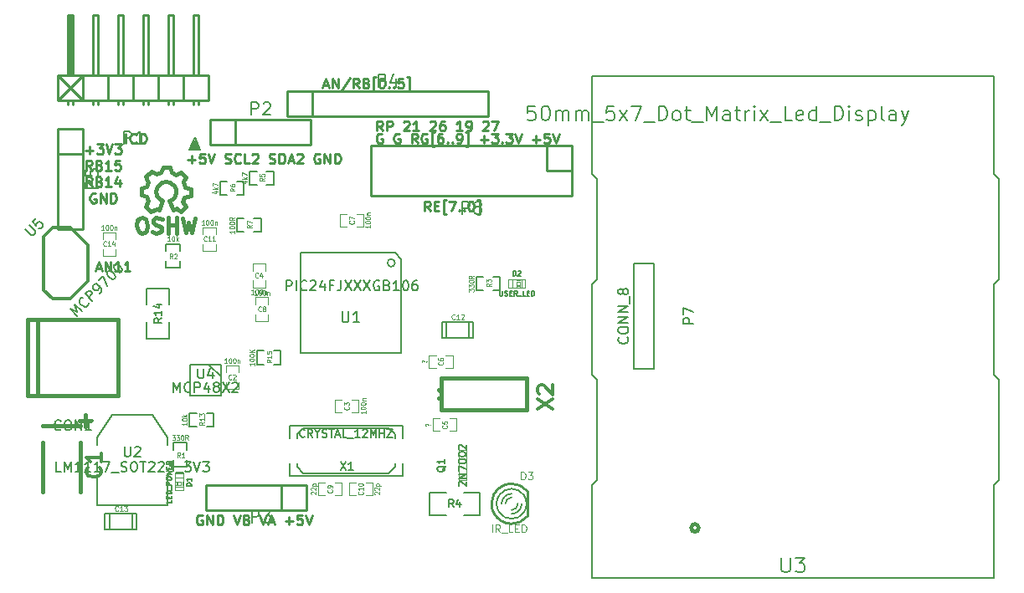
<source format=gto>
%FSLAX46Y46*%
G04 Gerber Fmt 4.6, Leading zero omitted, Abs format (unit mm)*
G04 Created by KiCad (PCBNEW (2014-08-02 BZR 5044)-product) date 13.08.2014 17:47:44*
%MOMM*%
G01*
G04 APERTURE LIST*
%ADD10C,0.150000*%
%ADD11C,0.250000*%
%ADD12C,0.200000*%
%ADD13C,0.127000*%
%ADD14C,0.119380*%
%ADD15C,0.254000*%
%ADD16C,0.381000*%
%ADD17C,0.066040*%
%ADD18C,0.101600*%
%ADD19C,0.203200*%
%ADD20C,0.304800*%
%ADD21C,0.152400*%
%ADD22C,0.114300*%
%ADD23C,0.088900*%
%ADD24C,0.129540*%
G04 APERTURE END LIST*
D10*
D11*
X58992190Y-18232381D02*
X58658856Y-17756190D01*
X58420761Y-18232381D02*
X58420761Y-17232381D01*
X58801714Y-17232381D01*
X58896952Y-17280000D01*
X58944571Y-17327619D01*
X58992190Y-17422857D01*
X58992190Y-17565714D01*
X58944571Y-17660952D01*
X58896952Y-17708571D01*
X58801714Y-17756190D01*
X58420761Y-17756190D01*
X59420761Y-18232381D02*
X59420761Y-17232381D01*
X59801714Y-17232381D01*
X59896952Y-17280000D01*
X59944571Y-17327619D01*
X59992190Y-17422857D01*
X59992190Y-17565714D01*
X59944571Y-17660952D01*
X59896952Y-17708571D01*
X59801714Y-17756190D01*
X59420761Y-17756190D01*
X61135047Y-17327619D02*
X61182666Y-17280000D01*
X61277904Y-17232381D01*
X61516000Y-17232381D01*
X61611238Y-17280000D01*
X61658857Y-17327619D01*
X61706476Y-17422857D01*
X61706476Y-17518095D01*
X61658857Y-17660952D01*
X61087428Y-18232381D01*
X61706476Y-18232381D01*
X62658857Y-18232381D02*
X62087428Y-18232381D01*
X62373142Y-18232381D02*
X62373142Y-17232381D01*
X62277904Y-17375238D01*
X62182666Y-17470476D01*
X62087428Y-17518095D01*
X63801714Y-17327619D02*
X63849333Y-17280000D01*
X63944571Y-17232381D01*
X64182667Y-17232381D01*
X64277905Y-17280000D01*
X64325524Y-17327619D01*
X64373143Y-17422857D01*
X64373143Y-17518095D01*
X64325524Y-17660952D01*
X63754095Y-18232381D01*
X64373143Y-18232381D01*
X65230286Y-17232381D02*
X65039809Y-17232381D01*
X64944571Y-17280000D01*
X64896952Y-17327619D01*
X64801714Y-17470476D01*
X64754095Y-17660952D01*
X64754095Y-18041905D01*
X64801714Y-18137143D01*
X64849333Y-18184762D01*
X64944571Y-18232381D01*
X65135048Y-18232381D01*
X65230286Y-18184762D01*
X65277905Y-18137143D01*
X65325524Y-18041905D01*
X65325524Y-17803810D01*
X65277905Y-17708571D01*
X65230286Y-17660952D01*
X65135048Y-17613333D01*
X64944571Y-17613333D01*
X64849333Y-17660952D01*
X64801714Y-17708571D01*
X64754095Y-17803810D01*
X67039810Y-18232381D02*
X66468381Y-18232381D01*
X66754095Y-18232381D02*
X66754095Y-17232381D01*
X66658857Y-17375238D01*
X66563619Y-17470476D01*
X66468381Y-17518095D01*
X67516000Y-18232381D02*
X67706476Y-18232381D01*
X67801715Y-18184762D01*
X67849334Y-18137143D01*
X67944572Y-17994286D01*
X67992191Y-17803810D01*
X67992191Y-17422857D01*
X67944572Y-17327619D01*
X67896953Y-17280000D01*
X67801715Y-17232381D01*
X67611238Y-17232381D01*
X67516000Y-17280000D01*
X67468381Y-17327619D01*
X67420762Y-17422857D01*
X67420762Y-17660952D01*
X67468381Y-17756190D01*
X67516000Y-17803810D01*
X67611238Y-17851429D01*
X67801715Y-17851429D01*
X67896953Y-17803810D01*
X67944572Y-17756190D01*
X67992191Y-17660952D01*
X69135048Y-17327619D02*
X69182667Y-17280000D01*
X69277905Y-17232381D01*
X69516001Y-17232381D01*
X69611239Y-17280000D01*
X69658858Y-17327619D01*
X69706477Y-17422857D01*
X69706477Y-17518095D01*
X69658858Y-17660952D01*
X69087429Y-18232381D01*
X69706477Y-18232381D01*
X70039810Y-17232381D02*
X70706477Y-17232381D01*
X70277905Y-18232381D01*
X30035714Y-32170667D02*
X30511905Y-32170667D01*
X29940476Y-32456381D02*
X30273809Y-31456381D01*
X30607143Y-32456381D01*
X30940476Y-32456381D02*
X30940476Y-31456381D01*
X31511905Y-32456381D01*
X31511905Y-31456381D01*
X32511905Y-32456381D02*
X31940476Y-32456381D01*
X32226190Y-32456381D02*
X32226190Y-31456381D01*
X32130952Y-31599238D01*
X32035714Y-31694476D01*
X31940476Y-31742095D01*
X33464286Y-32456381D02*
X32892857Y-32456381D01*
X33178571Y-32456381D02*
X33178571Y-31456381D01*
X33083333Y-31599238D01*
X32988095Y-31694476D01*
X32892857Y-31742095D01*
X28972095Y-20202429D02*
X29734000Y-20202429D01*
X29353048Y-20583381D02*
X29353048Y-19821476D01*
X30114952Y-19583381D02*
X30734000Y-19583381D01*
X30400666Y-19964333D01*
X30543524Y-19964333D01*
X30638762Y-20011952D01*
X30686381Y-20059571D01*
X30734000Y-20154810D01*
X30734000Y-20392905D01*
X30686381Y-20488143D01*
X30638762Y-20535762D01*
X30543524Y-20583381D01*
X30257809Y-20583381D01*
X30162571Y-20535762D01*
X30114952Y-20488143D01*
X31019714Y-19583381D02*
X31353047Y-20583381D01*
X31686381Y-19583381D01*
X31924476Y-19583381D02*
X32543524Y-19583381D01*
X32210190Y-19964333D01*
X32353048Y-19964333D01*
X32448286Y-20011952D01*
X32495905Y-20059571D01*
X32543524Y-20154810D01*
X32543524Y-20392905D01*
X32495905Y-20488143D01*
X32448286Y-20535762D01*
X32353048Y-20583381D01*
X32067333Y-20583381D01*
X31972095Y-20535762D01*
X31924476Y-20488143D01*
X29591143Y-22233381D02*
X29257809Y-21757190D01*
X29019714Y-22233381D02*
X29019714Y-21233381D01*
X29400667Y-21233381D01*
X29495905Y-21281000D01*
X29543524Y-21328619D01*
X29591143Y-21423857D01*
X29591143Y-21566714D01*
X29543524Y-21661952D01*
X29495905Y-21709571D01*
X29400667Y-21757190D01*
X29019714Y-21757190D01*
X30353048Y-21709571D02*
X30495905Y-21757190D01*
X30543524Y-21804810D01*
X30591143Y-21900048D01*
X30591143Y-22042905D01*
X30543524Y-22138143D01*
X30495905Y-22185762D01*
X30400667Y-22233381D01*
X30019714Y-22233381D01*
X30019714Y-21233381D01*
X30353048Y-21233381D01*
X30448286Y-21281000D01*
X30495905Y-21328619D01*
X30543524Y-21423857D01*
X30543524Y-21519095D01*
X30495905Y-21614333D01*
X30448286Y-21661952D01*
X30353048Y-21709571D01*
X30019714Y-21709571D01*
X31543524Y-22233381D02*
X30972095Y-22233381D01*
X31257809Y-22233381D02*
X31257809Y-21233381D01*
X31162571Y-21376238D01*
X31067333Y-21471476D01*
X30972095Y-21519095D01*
X32448286Y-21233381D02*
X31972095Y-21233381D01*
X31924476Y-21709571D01*
X31972095Y-21661952D01*
X32067333Y-21614333D01*
X32305429Y-21614333D01*
X32400667Y-21661952D01*
X32448286Y-21709571D01*
X32495905Y-21804810D01*
X32495905Y-22042905D01*
X32448286Y-22138143D01*
X32400667Y-22185762D01*
X32305429Y-22233381D01*
X32067333Y-22233381D01*
X31972095Y-22185762D01*
X31924476Y-22138143D01*
X29591143Y-23883381D02*
X29257809Y-23407190D01*
X29019714Y-23883381D02*
X29019714Y-22883381D01*
X29400667Y-22883381D01*
X29495905Y-22931000D01*
X29543524Y-22978619D01*
X29591143Y-23073857D01*
X29591143Y-23216714D01*
X29543524Y-23311952D01*
X29495905Y-23359571D01*
X29400667Y-23407190D01*
X29019714Y-23407190D01*
X30353048Y-23359571D02*
X30495905Y-23407190D01*
X30543524Y-23454810D01*
X30591143Y-23550048D01*
X30591143Y-23692905D01*
X30543524Y-23788143D01*
X30495905Y-23835762D01*
X30400667Y-23883381D01*
X30019714Y-23883381D01*
X30019714Y-22883381D01*
X30353048Y-22883381D01*
X30448286Y-22931000D01*
X30495905Y-22978619D01*
X30543524Y-23073857D01*
X30543524Y-23169095D01*
X30495905Y-23264333D01*
X30448286Y-23311952D01*
X30353048Y-23359571D01*
X30019714Y-23359571D01*
X31543524Y-23883381D02*
X30972095Y-23883381D01*
X31257809Y-23883381D02*
X31257809Y-22883381D01*
X31162571Y-23026238D01*
X31067333Y-23121476D01*
X30972095Y-23169095D01*
X32400667Y-23216714D02*
X32400667Y-23883381D01*
X32162571Y-22835762D02*
X31924476Y-23550048D01*
X32543524Y-23550048D01*
X29972096Y-24581000D02*
X29876858Y-24533381D01*
X29734001Y-24533381D01*
X29591143Y-24581000D01*
X29495905Y-24676238D01*
X29448286Y-24771476D01*
X29400667Y-24961952D01*
X29400667Y-25104810D01*
X29448286Y-25295286D01*
X29495905Y-25390524D01*
X29591143Y-25485762D01*
X29734001Y-25533381D01*
X29829239Y-25533381D01*
X29972096Y-25485762D01*
X30019715Y-25438143D01*
X30019715Y-25104810D01*
X29829239Y-25104810D01*
X30448286Y-25533381D02*
X30448286Y-24533381D01*
X31019715Y-25533381D01*
X31019715Y-24533381D01*
X31495905Y-25533381D02*
X31495905Y-24533381D01*
X31734000Y-24533381D01*
X31876858Y-24581000D01*
X31972096Y-24676238D01*
X32019715Y-24771476D01*
X32067334Y-24961952D01*
X32067334Y-25104810D01*
X32019715Y-25295286D01*
X31972096Y-25390524D01*
X31876858Y-25485762D01*
X31734000Y-25533381D01*
X31495905Y-25533381D01*
X58944953Y-18550000D02*
X58849715Y-18502381D01*
X58706858Y-18502381D01*
X58564000Y-18550000D01*
X58468762Y-18645238D01*
X58421143Y-18740476D01*
X58373524Y-18930952D01*
X58373524Y-19073810D01*
X58421143Y-19264286D01*
X58468762Y-19359524D01*
X58564000Y-19454762D01*
X58706858Y-19502381D01*
X58802096Y-19502381D01*
X58944953Y-19454762D01*
X58992572Y-19407143D01*
X58992572Y-19073810D01*
X58802096Y-19073810D01*
X60706858Y-18550000D02*
X60611620Y-18502381D01*
X60468763Y-18502381D01*
X60325905Y-18550000D01*
X60230667Y-18645238D01*
X60183048Y-18740476D01*
X60135429Y-18930952D01*
X60135429Y-19073810D01*
X60183048Y-19264286D01*
X60230667Y-19359524D01*
X60325905Y-19454762D01*
X60468763Y-19502381D01*
X60564001Y-19502381D01*
X60706858Y-19454762D01*
X60754477Y-19407143D01*
X60754477Y-19073810D01*
X60564001Y-19073810D01*
X62516382Y-19502381D02*
X62183048Y-19026190D01*
X61944953Y-19502381D02*
X61944953Y-18502381D01*
X62325906Y-18502381D01*
X62421144Y-18550000D01*
X62468763Y-18597619D01*
X62516382Y-18692857D01*
X62516382Y-18835714D01*
X62468763Y-18930952D01*
X62421144Y-18978571D01*
X62325906Y-19026190D01*
X61944953Y-19026190D01*
X63468763Y-18550000D02*
X63373525Y-18502381D01*
X63230668Y-18502381D01*
X63087810Y-18550000D01*
X62992572Y-18645238D01*
X62944953Y-18740476D01*
X62897334Y-18930952D01*
X62897334Y-19073810D01*
X62944953Y-19264286D01*
X62992572Y-19359524D01*
X63087810Y-19454762D01*
X63230668Y-19502381D01*
X63325906Y-19502381D01*
X63468763Y-19454762D01*
X63516382Y-19407143D01*
X63516382Y-19073810D01*
X63325906Y-19073810D01*
X64230668Y-19835714D02*
X63992572Y-19835714D01*
X63992572Y-18407143D01*
X64230668Y-18407143D01*
X65040192Y-18502381D02*
X64849715Y-18502381D01*
X64754477Y-18550000D01*
X64706858Y-18597619D01*
X64611620Y-18740476D01*
X64564001Y-18930952D01*
X64564001Y-19311905D01*
X64611620Y-19407143D01*
X64659239Y-19454762D01*
X64754477Y-19502381D01*
X64944954Y-19502381D01*
X65040192Y-19454762D01*
X65087811Y-19407143D01*
X65135430Y-19311905D01*
X65135430Y-19073810D01*
X65087811Y-18978571D01*
X65040192Y-18930952D01*
X64944954Y-18883333D01*
X64754477Y-18883333D01*
X64659239Y-18930952D01*
X64611620Y-18978571D01*
X64564001Y-19073810D01*
X65564001Y-19407143D02*
X65611620Y-19454762D01*
X65564001Y-19502381D01*
X65516382Y-19454762D01*
X65564001Y-19407143D01*
X65564001Y-19502381D01*
X66040191Y-19407143D02*
X66087810Y-19454762D01*
X66040191Y-19502381D01*
X65992572Y-19454762D01*
X66040191Y-19407143D01*
X66040191Y-19502381D01*
X66564000Y-19502381D02*
X66754476Y-19502381D01*
X66849715Y-19454762D01*
X66897334Y-19407143D01*
X66992572Y-19264286D01*
X67040191Y-19073810D01*
X67040191Y-18692857D01*
X66992572Y-18597619D01*
X66944953Y-18550000D01*
X66849715Y-18502381D01*
X66659238Y-18502381D01*
X66564000Y-18550000D01*
X66516381Y-18597619D01*
X66468762Y-18692857D01*
X66468762Y-18930952D01*
X66516381Y-19026190D01*
X66564000Y-19073810D01*
X66659238Y-19121429D01*
X66849715Y-19121429D01*
X66944953Y-19073810D01*
X66992572Y-19026190D01*
X67040191Y-18930952D01*
X67373524Y-19835714D02*
X67611619Y-19835714D01*
X67611619Y-18407143D01*
X67373524Y-18407143D01*
X68897334Y-19121429D02*
X69659239Y-19121429D01*
X69278287Y-19502381D02*
X69278287Y-18740476D01*
X70040191Y-18502381D02*
X70659239Y-18502381D01*
X70325905Y-18883333D01*
X70468763Y-18883333D01*
X70564001Y-18930952D01*
X70611620Y-18978571D01*
X70659239Y-19073810D01*
X70659239Y-19311905D01*
X70611620Y-19407143D01*
X70564001Y-19454762D01*
X70468763Y-19502381D01*
X70183048Y-19502381D01*
X70087810Y-19454762D01*
X70040191Y-19407143D01*
X71087810Y-19407143D02*
X71135429Y-19454762D01*
X71087810Y-19502381D01*
X71040191Y-19454762D01*
X71087810Y-19407143D01*
X71087810Y-19502381D01*
X71468762Y-18502381D02*
X72087810Y-18502381D01*
X71754476Y-18883333D01*
X71897334Y-18883333D01*
X71992572Y-18930952D01*
X72040191Y-18978571D01*
X72087810Y-19073810D01*
X72087810Y-19311905D01*
X72040191Y-19407143D01*
X71992572Y-19454762D01*
X71897334Y-19502381D01*
X71611619Y-19502381D01*
X71516381Y-19454762D01*
X71468762Y-19407143D01*
X72373524Y-18502381D02*
X72706857Y-19502381D01*
X73040191Y-18502381D01*
X74135429Y-19121429D02*
X74897334Y-19121429D01*
X74516382Y-19502381D02*
X74516382Y-18740476D01*
X75849715Y-18502381D02*
X75373524Y-18502381D01*
X75325905Y-18978571D01*
X75373524Y-18930952D01*
X75468762Y-18883333D01*
X75706858Y-18883333D01*
X75802096Y-18930952D01*
X75849715Y-18978571D01*
X75897334Y-19073810D01*
X75897334Y-19311905D01*
X75849715Y-19407143D01*
X75802096Y-19454762D01*
X75706858Y-19502381D01*
X75468762Y-19502381D01*
X75373524Y-19454762D01*
X75325905Y-19407143D01*
X76183048Y-18502381D02*
X76516381Y-19502381D01*
X76849715Y-18502381D01*
X33036000Y-19502381D02*
X33036000Y-18502381D01*
X34083619Y-19407143D02*
X34036000Y-19454762D01*
X33893143Y-19502381D01*
X33797905Y-19502381D01*
X33655047Y-19454762D01*
X33559809Y-19359524D01*
X33512190Y-19264286D01*
X33464571Y-19073810D01*
X33464571Y-18930952D01*
X33512190Y-18740476D01*
X33559809Y-18645238D01*
X33655047Y-18550000D01*
X33797905Y-18502381D01*
X33893143Y-18502381D01*
X34036000Y-18550000D01*
X34083619Y-18597619D01*
X34512190Y-19502381D02*
X34512190Y-18502381D01*
X34750285Y-18502381D01*
X34893143Y-18550000D01*
X34988381Y-18645238D01*
X35036000Y-18740476D01*
X35083619Y-18930952D01*
X35083619Y-19073810D01*
X35036000Y-19264286D01*
X34988381Y-19359524D01*
X34893143Y-19454762D01*
X34750285Y-19502381D01*
X34512190Y-19502381D01*
X39299523Y-21153429D02*
X40061428Y-21153429D01*
X39680476Y-21534381D02*
X39680476Y-20772476D01*
X41013809Y-20534381D02*
X40537618Y-20534381D01*
X40489999Y-21010571D01*
X40537618Y-20962952D01*
X40632856Y-20915333D01*
X40870952Y-20915333D01*
X40966190Y-20962952D01*
X41013809Y-21010571D01*
X41061428Y-21105810D01*
X41061428Y-21343905D01*
X41013809Y-21439143D01*
X40966190Y-21486762D01*
X40870952Y-21534381D01*
X40632856Y-21534381D01*
X40537618Y-21486762D01*
X40489999Y-21439143D01*
X41347142Y-20534381D02*
X41680475Y-21534381D01*
X42013809Y-20534381D01*
X43061428Y-21486762D02*
X43204285Y-21534381D01*
X43442381Y-21534381D01*
X43537619Y-21486762D01*
X43585238Y-21439143D01*
X43632857Y-21343905D01*
X43632857Y-21248667D01*
X43585238Y-21153429D01*
X43537619Y-21105810D01*
X43442381Y-21058190D01*
X43251904Y-21010571D01*
X43156666Y-20962952D01*
X43109047Y-20915333D01*
X43061428Y-20820095D01*
X43061428Y-20724857D01*
X43109047Y-20629619D01*
X43156666Y-20582000D01*
X43251904Y-20534381D01*
X43490000Y-20534381D01*
X43632857Y-20582000D01*
X44632857Y-21439143D02*
X44585238Y-21486762D01*
X44442381Y-21534381D01*
X44347143Y-21534381D01*
X44204285Y-21486762D01*
X44109047Y-21391524D01*
X44061428Y-21296286D01*
X44013809Y-21105810D01*
X44013809Y-20962952D01*
X44061428Y-20772476D01*
X44109047Y-20677238D01*
X44204285Y-20582000D01*
X44347143Y-20534381D01*
X44442381Y-20534381D01*
X44585238Y-20582000D01*
X44632857Y-20629619D01*
X45537619Y-21534381D02*
X45061428Y-21534381D01*
X45061428Y-20534381D01*
X45823333Y-20629619D02*
X45870952Y-20582000D01*
X45966190Y-20534381D01*
X46204286Y-20534381D01*
X46299524Y-20582000D01*
X46347143Y-20629619D01*
X46394762Y-20724857D01*
X46394762Y-20820095D01*
X46347143Y-20962952D01*
X45775714Y-21534381D01*
X46394762Y-21534381D01*
X47537619Y-21486762D02*
X47680476Y-21534381D01*
X47918572Y-21534381D01*
X48013810Y-21486762D01*
X48061429Y-21439143D01*
X48109048Y-21343905D01*
X48109048Y-21248667D01*
X48061429Y-21153429D01*
X48013810Y-21105810D01*
X47918572Y-21058190D01*
X47728095Y-21010571D01*
X47632857Y-20962952D01*
X47585238Y-20915333D01*
X47537619Y-20820095D01*
X47537619Y-20724857D01*
X47585238Y-20629619D01*
X47632857Y-20582000D01*
X47728095Y-20534381D01*
X47966191Y-20534381D01*
X48109048Y-20582000D01*
X48537619Y-21534381D02*
X48537619Y-20534381D01*
X48775714Y-20534381D01*
X48918572Y-20582000D01*
X49013810Y-20677238D01*
X49061429Y-20772476D01*
X49109048Y-20962952D01*
X49109048Y-21105810D01*
X49061429Y-21296286D01*
X49013810Y-21391524D01*
X48918572Y-21486762D01*
X48775714Y-21534381D01*
X48537619Y-21534381D01*
X49490000Y-21248667D02*
X49966191Y-21248667D01*
X49394762Y-21534381D02*
X49728095Y-20534381D01*
X50061429Y-21534381D01*
X50347143Y-20629619D02*
X50394762Y-20582000D01*
X50490000Y-20534381D01*
X50728096Y-20534381D01*
X50823334Y-20582000D01*
X50870953Y-20629619D01*
X50918572Y-20724857D01*
X50918572Y-20820095D01*
X50870953Y-20962952D01*
X50299524Y-21534381D01*
X50918572Y-21534381D01*
X52632858Y-20582000D02*
X52537620Y-20534381D01*
X52394763Y-20534381D01*
X52251905Y-20582000D01*
X52156667Y-20677238D01*
X52109048Y-20772476D01*
X52061429Y-20962952D01*
X52061429Y-21105810D01*
X52109048Y-21296286D01*
X52156667Y-21391524D01*
X52251905Y-21486762D01*
X52394763Y-21534381D01*
X52490001Y-21534381D01*
X52632858Y-21486762D01*
X52680477Y-21439143D01*
X52680477Y-21105810D01*
X52490001Y-21105810D01*
X53109048Y-21534381D02*
X53109048Y-20534381D01*
X53680477Y-21534381D01*
X53680477Y-20534381D01*
X54156667Y-21534381D02*
X54156667Y-20534381D01*
X54394762Y-20534381D01*
X54537620Y-20582000D01*
X54632858Y-20677238D01*
X54680477Y-20772476D01*
X54728096Y-20962952D01*
X54728096Y-21105810D01*
X54680477Y-21296286D01*
X54632858Y-21391524D01*
X54537620Y-21486762D01*
X54394762Y-21534381D01*
X54156667Y-21534381D01*
X53023048Y-13628667D02*
X53499239Y-13628667D01*
X52927810Y-13914381D02*
X53261143Y-12914381D01*
X53594477Y-13914381D01*
X53927810Y-13914381D02*
X53927810Y-12914381D01*
X54499239Y-13914381D01*
X54499239Y-12914381D01*
X55689715Y-12866762D02*
X54832572Y-14152476D01*
X56594477Y-13914381D02*
X56261143Y-13438190D01*
X56023048Y-13914381D02*
X56023048Y-12914381D01*
X56404001Y-12914381D01*
X56499239Y-12962000D01*
X56546858Y-13009619D01*
X56594477Y-13104857D01*
X56594477Y-13247714D01*
X56546858Y-13342952D01*
X56499239Y-13390571D01*
X56404001Y-13438190D01*
X56023048Y-13438190D01*
X57356382Y-13390571D02*
X57499239Y-13438190D01*
X57546858Y-13485810D01*
X57594477Y-13581048D01*
X57594477Y-13723905D01*
X57546858Y-13819143D01*
X57499239Y-13866762D01*
X57404001Y-13914381D01*
X57023048Y-13914381D01*
X57023048Y-12914381D01*
X57356382Y-12914381D01*
X57451620Y-12962000D01*
X57499239Y-13009619D01*
X57546858Y-13104857D01*
X57546858Y-13200095D01*
X57499239Y-13295333D01*
X57451620Y-13342952D01*
X57356382Y-13390571D01*
X57023048Y-13390571D01*
X58308763Y-14247714D02*
X58070667Y-14247714D01*
X58070667Y-12819143D01*
X58308763Y-12819143D01*
X58880191Y-12914381D02*
X58975430Y-12914381D01*
X59070668Y-12962000D01*
X59118287Y-13009619D01*
X59165906Y-13104857D01*
X59213525Y-13295333D01*
X59213525Y-13533429D01*
X59165906Y-13723905D01*
X59118287Y-13819143D01*
X59070668Y-13866762D01*
X58975430Y-13914381D01*
X58880191Y-13914381D01*
X58784953Y-13866762D01*
X58737334Y-13819143D01*
X58689715Y-13723905D01*
X58642096Y-13533429D01*
X58642096Y-13295333D01*
X58689715Y-13104857D01*
X58737334Y-13009619D01*
X58784953Y-12962000D01*
X58880191Y-12914381D01*
X59642096Y-13819143D02*
X59689715Y-13866762D01*
X59642096Y-13914381D01*
X59594477Y-13866762D01*
X59642096Y-13819143D01*
X59642096Y-13914381D01*
X60118286Y-13819143D02*
X60165905Y-13866762D01*
X60118286Y-13914381D01*
X60070667Y-13866762D01*
X60118286Y-13819143D01*
X60118286Y-13914381D01*
X61070667Y-12914381D02*
X60594476Y-12914381D01*
X60546857Y-13390571D01*
X60594476Y-13342952D01*
X60689714Y-13295333D01*
X60927810Y-13295333D01*
X61023048Y-13342952D01*
X61070667Y-13390571D01*
X61118286Y-13485810D01*
X61118286Y-13723905D01*
X61070667Y-13819143D01*
X61023048Y-13866762D01*
X60927810Y-13914381D01*
X60689714Y-13914381D01*
X60594476Y-13866762D01*
X60546857Y-13819143D01*
X61451619Y-14247714D02*
X61689714Y-14247714D01*
X61689714Y-12819143D01*
X61451619Y-12819143D01*
X63801905Y-26360381D02*
X63468571Y-25884190D01*
X63230476Y-26360381D02*
X63230476Y-25360381D01*
X63611429Y-25360381D01*
X63706667Y-25408000D01*
X63754286Y-25455619D01*
X63801905Y-25550857D01*
X63801905Y-25693714D01*
X63754286Y-25788952D01*
X63706667Y-25836571D01*
X63611429Y-25884190D01*
X63230476Y-25884190D01*
X64230476Y-25836571D02*
X64563810Y-25836571D01*
X64706667Y-26360381D02*
X64230476Y-26360381D01*
X64230476Y-25360381D01*
X64706667Y-25360381D01*
X65420953Y-26693714D02*
X65182857Y-26693714D01*
X65182857Y-25265143D01*
X65420953Y-25265143D01*
X65706667Y-25360381D02*
X66373334Y-25360381D01*
X65944762Y-26360381D01*
X66754286Y-26265143D02*
X66801905Y-26312762D01*
X66754286Y-26360381D01*
X66706667Y-26312762D01*
X66754286Y-26265143D01*
X66754286Y-26360381D01*
X67230476Y-26265143D02*
X67278095Y-26312762D01*
X67230476Y-26360381D01*
X67182857Y-26312762D01*
X67230476Y-26265143D01*
X67230476Y-26360381D01*
X67897142Y-25360381D02*
X67992381Y-25360381D01*
X68087619Y-25408000D01*
X68135238Y-25455619D01*
X68182857Y-25550857D01*
X68230476Y-25741333D01*
X68230476Y-25979429D01*
X68182857Y-26169905D01*
X68135238Y-26265143D01*
X68087619Y-26312762D01*
X67992381Y-26360381D01*
X67897142Y-26360381D01*
X67801904Y-26312762D01*
X67754285Y-26265143D01*
X67706666Y-26169905D01*
X67659047Y-25979429D01*
X67659047Y-25741333D01*
X67706666Y-25550857D01*
X67754285Y-25455619D01*
X67801904Y-25408000D01*
X67897142Y-25360381D01*
X68563809Y-26693714D02*
X68801904Y-26693714D01*
X68801904Y-25265143D01*
X68563809Y-25265143D01*
X40759714Y-57158000D02*
X40664476Y-57110381D01*
X40521619Y-57110381D01*
X40378761Y-57158000D01*
X40283523Y-57253238D01*
X40235904Y-57348476D01*
X40188285Y-57538952D01*
X40188285Y-57681810D01*
X40235904Y-57872286D01*
X40283523Y-57967524D01*
X40378761Y-58062762D01*
X40521619Y-58110381D01*
X40616857Y-58110381D01*
X40759714Y-58062762D01*
X40807333Y-58015143D01*
X40807333Y-57681810D01*
X40616857Y-57681810D01*
X41235904Y-58110381D02*
X41235904Y-57110381D01*
X41807333Y-58110381D01*
X41807333Y-57110381D01*
X42283523Y-58110381D02*
X42283523Y-57110381D01*
X42521618Y-57110381D01*
X42664476Y-57158000D01*
X42759714Y-57253238D01*
X42807333Y-57348476D01*
X42854952Y-57538952D01*
X42854952Y-57681810D01*
X42807333Y-57872286D01*
X42759714Y-57967524D01*
X42664476Y-58062762D01*
X42521618Y-58110381D01*
X42283523Y-58110381D01*
X43902571Y-57110381D02*
X44235904Y-58110381D01*
X44569238Y-57110381D01*
X45235905Y-57586571D02*
X45378762Y-57634190D01*
X45426381Y-57681810D01*
X45474000Y-57777048D01*
X45474000Y-57919905D01*
X45426381Y-58015143D01*
X45378762Y-58062762D01*
X45283524Y-58110381D01*
X44902571Y-58110381D01*
X44902571Y-57110381D01*
X45235905Y-57110381D01*
X45331143Y-57158000D01*
X45378762Y-57205619D01*
X45426381Y-57300857D01*
X45426381Y-57396095D01*
X45378762Y-57491333D01*
X45331143Y-57538952D01*
X45235905Y-57586571D01*
X44902571Y-57586571D01*
X46521619Y-57110381D02*
X46854952Y-58110381D01*
X47188286Y-57110381D01*
X47474000Y-57824667D02*
X47950191Y-57824667D01*
X47378762Y-58110381D02*
X47712095Y-57110381D01*
X48045429Y-58110381D01*
X49140667Y-57729429D02*
X49902572Y-57729429D01*
X49521620Y-58110381D02*
X49521620Y-57348476D01*
X50854953Y-57110381D02*
X50378762Y-57110381D01*
X50331143Y-57586571D01*
X50378762Y-57538952D01*
X50474000Y-57491333D01*
X50712096Y-57491333D01*
X50807334Y-57538952D01*
X50854953Y-57586571D01*
X50902572Y-57681810D01*
X50902572Y-57919905D01*
X50854953Y-58015143D01*
X50807334Y-58062762D01*
X50712096Y-58110381D01*
X50474000Y-58110381D01*
X50378762Y-58062762D01*
X50331143Y-58015143D01*
X51188286Y-57110381D02*
X51521619Y-58110381D01*
X51854953Y-57110381D01*
D12*
X40019000Y-19684000D02*
X40519000Y-20184000D01*
X39819000Y-19884000D02*
X40019000Y-19684000D01*
X40019000Y-19484000D02*
X39819000Y-19884000D01*
X40119000Y-19884000D02*
X40019000Y-19484000D01*
X39719000Y-19884000D02*
X40119000Y-19884000D01*
X40019000Y-19184000D02*
X39719000Y-19884000D01*
X40319000Y-19984000D02*
X40019000Y-19184000D01*
X39719000Y-19984000D02*
X40319000Y-19984000D01*
X39419000Y-20184000D02*
X39719000Y-19984000D01*
X40519000Y-20184000D02*
X39419000Y-20184000D01*
X40019000Y-18884000D02*
X40519000Y-20184000D01*
X39419000Y-20184000D02*
X40019000Y-18884000D01*
D13*
X46260420Y-22309500D02*
X45554300Y-22309500D01*
X45554300Y-22309500D02*
X45554300Y-23706500D01*
X45554300Y-23706500D02*
X46260420Y-23706500D01*
X47967300Y-22309500D02*
X47261180Y-22309500D01*
X47967300Y-22309500D02*
X47967300Y-23706500D01*
X47967300Y-23706500D02*
X47261180Y-23706500D01*
D14*
X47134240Y-32383620D02*
X47134240Y-31685120D01*
X47134240Y-33384380D02*
X47134240Y-34082880D01*
X45833760Y-32383620D02*
X45833760Y-31685120D01*
X45833760Y-34082880D02*
X45833760Y-33384380D01*
X45849000Y-31685120D02*
X47119000Y-31685120D01*
X47119000Y-34082880D02*
X45849000Y-34082880D01*
D15*
X44125600Y-19598800D02*
X51745600Y-19598800D01*
X44125600Y-17058800D02*
X51745600Y-17058800D01*
X41585600Y-17058800D02*
X44125600Y-17058800D01*
X51745600Y-19598800D02*
X51745600Y-17058800D01*
X44125600Y-17058800D02*
X44125600Y-19598800D01*
X41585600Y-17058800D02*
X41585600Y-19598800D01*
X41585600Y-19598800D02*
X44125600Y-19598800D01*
D13*
X43262020Y-23355500D02*
X42555900Y-23355500D01*
X42555900Y-23355500D02*
X42555900Y-24752500D01*
X42555900Y-24752500D02*
X43262020Y-24752500D01*
X44968900Y-23355500D02*
X44262780Y-23355500D01*
X44968900Y-23355500D02*
X44968900Y-24752500D01*
X44968900Y-24752500D02*
X44262780Y-24752500D01*
X44983620Y-27085500D02*
X44277500Y-27085500D01*
X44277500Y-27085500D02*
X44277500Y-28482500D01*
X44277500Y-28482500D02*
X44983620Y-28482500D01*
X46690500Y-27085500D02*
X45984380Y-27085500D01*
X46690500Y-27085500D02*
X46690500Y-28482500D01*
X46690500Y-28482500D02*
X45984380Y-28482500D01*
D16*
X24084820Y-37333360D02*
X24084820Y-45034640D01*
X23084060Y-37333360D02*
X23084060Y-45034640D01*
X23084060Y-45034640D02*
X32283940Y-45034640D01*
X32283940Y-45034640D02*
X32283940Y-37333360D01*
X32283940Y-37333360D02*
X23084060Y-37333360D01*
D13*
X33674200Y-58594000D02*
X33674200Y-56968400D01*
X31388200Y-56968400D02*
X31388200Y-58594000D01*
X30931000Y-56968400D02*
X30931000Y-58594000D01*
X30931000Y-58594000D02*
X34131400Y-58594000D01*
X34131400Y-58594000D02*
X34131400Y-56968400D01*
X34131400Y-56968400D02*
X30931000Y-56968400D01*
D17*
X38878780Y-54247980D02*
X37979620Y-54247980D01*
X37979620Y-54247980D02*
X37979620Y-54646760D01*
X38878780Y-54646760D02*
X37979620Y-54646760D01*
X38878780Y-54247980D02*
X38878780Y-54646760D01*
X38878780Y-52950040D02*
X37979620Y-52950040D01*
X37979620Y-52950040D02*
X37979620Y-53348820D01*
X38878780Y-53348820D02*
X37979620Y-53348820D01*
X38878780Y-52950040D02*
X38878780Y-53348820D01*
X38878780Y-53798400D02*
X38728920Y-53798400D01*
X38728920Y-53798400D02*
X38728920Y-54098120D01*
X38878780Y-54098120D02*
X38728920Y-54098120D01*
X38878780Y-53798400D02*
X38878780Y-54098120D01*
X38129480Y-53798400D02*
X37979620Y-53798400D01*
X37979620Y-53798400D02*
X37979620Y-54098120D01*
X38129480Y-54098120D02*
X37979620Y-54098120D01*
X38129480Y-53798400D02*
X38129480Y-54098120D01*
X38579060Y-53798400D02*
X38279340Y-53798400D01*
X38279340Y-53798400D02*
X38279340Y-54098120D01*
X38579060Y-54098120D02*
X38279340Y-54098120D01*
X38579060Y-53798400D02*
X38579060Y-54098120D01*
D18*
X38827980Y-54247980D02*
X38827980Y-53348820D01*
X38030420Y-54247980D02*
X38030420Y-53348820D01*
D19*
X30132400Y-53051200D02*
X30132400Y-56099200D01*
X30132400Y-56099200D02*
X37244400Y-56099200D01*
X37244400Y-56099200D02*
X37244400Y-53051200D01*
X30132400Y-50003200D02*
X30132400Y-49241200D01*
X30132400Y-49241200D02*
X31656400Y-46955200D01*
X31656400Y-46955200D02*
X35720400Y-46955200D01*
X35720400Y-46955200D02*
X37244400Y-49241200D01*
X37244400Y-49241200D02*
X37244400Y-50003200D01*
D16*
X28455120Y-48073240D02*
X24655280Y-48073240D01*
X28455120Y-54773760D02*
X28455120Y-49775040D01*
X24655280Y-54771220D02*
X24655280Y-49772500D01*
X29458420Y-47570320D02*
X28358600Y-47570320D01*
X28958040Y-46970880D02*
X28958040Y-48169760D01*
D13*
X37427000Y-34176000D02*
X35141000Y-34176000D01*
X35141000Y-34176000D02*
X35141000Y-35827000D01*
X37427000Y-37605000D02*
X37427000Y-39256000D01*
X37427000Y-39256000D02*
X35141000Y-39256000D01*
X35141000Y-39256000D02*
X35141000Y-37605000D01*
X37427000Y-35827000D02*
X37427000Y-34176000D01*
D19*
X60247720Y-31601280D02*
G75*
G03X60247720Y-31601280I-381000J0D01*
G74*
G01*
X50722720Y-40745280D02*
X60882720Y-40745280D01*
X60882720Y-40745280D02*
X60882720Y-31220280D01*
X60882720Y-31220280D02*
X60247720Y-30585280D01*
X60247720Y-30585280D02*
X50722720Y-30585280D01*
X50722720Y-30585280D02*
X50722720Y-40745280D01*
D13*
X67727000Y-39196800D02*
X67727000Y-37571200D01*
X65441000Y-37571200D02*
X65441000Y-39196800D01*
X64983800Y-37571200D02*
X64983800Y-39196800D01*
X64983800Y-39196800D02*
X68184200Y-39196800D01*
X68184200Y-39196800D02*
X68184200Y-37571200D01*
X68184200Y-37571200D02*
X64983800Y-37571200D01*
D14*
X55383620Y-26633760D02*
X54685120Y-26633760D01*
X56384380Y-26633760D02*
X57082880Y-26633760D01*
X55383620Y-27934240D02*
X54685120Y-27934240D01*
X57082880Y-27934240D02*
X56384380Y-27934240D01*
X54685120Y-27919000D02*
X54685120Y-26649000D01*
X57082880Y-26649000D02*
X57082880Y-27919000D01*
X46133760Y-36784380D02*
X46133760Y-37482880D01*
X46133760Y-35783620D02*
X46133760Y-35085120D01*
X47434240Y-36784380D02*
X47434240Y-37482880D01*
X47434240Y-35085120D02*
X47434240Y-35783620D01*
X47419000Y-37482880D02*
X46149000Y-37482880D01*
X46149000Y-35085120D02*
X47419000Y-35085120D01*
D15*
X51864000Y-14214000D02*
X69644000Y-14214000D01*
X69644000Y-14214000D02*
X69644000Y-16754000D01*
X69644000Y-16754000D02*
X51864000Y-16754000D01*
X49324000Y-14214000D02*
X51864000Y-14214000D01*
X51864000Y-14214000D02*
X51864000Y-16754000D01*
X49324000Y-14214000D02*
X49324000Y-16754000D01*
X49324000Y-16754000D02*
X51864000Y-16754000D01*
D10*
X60237000Y-52235000D02*
X60237000Y-51854000D01*
X60237000Y-48933000D02*
X60237000Y-49314000D01*
X50331000Y-48933000D02*
X50331000Y-49314000D01*
X50331000Y-52235000D02*
X50331000Y-51854000D01*
X49569000Y-53124000D02*
X49569000Y-51854000D01*
X49569000Y-48044000D02*
X49569000Y-49314000D01*
X60999000Y-48044000D02*
X60999000Y-49314000D01*
X60999000Y-53124000D02*
X60999000Y-51854000D01*
X60237000Y-48933000D02*
X59602000Y-48298000D01*
X59602000Y-48298000D02*
X50966000Y-48298000D01*
X50966000Y-48298000D02*
X50331000Y-48933000D01*
X50331000Y-52235000D02*
X50966000Y-52870000D01*
X50966000Y-52870000D02*
X59602000Y-52870000D01*
X59602000Y-52870000D02*
X60237000Y-52235000D01*
X49569000Y-48044000D02*
X60999000Y-48044000D01*
X60999000Y-53124000D02*
X49569000Y-53124000D01*
D14*
X54883620Y-45433760D02*
X54185120Y-45433760D01*
X55884380Y-45433760D02*
X56582880Y-45433760D01*
X54883620Y-46734240D02*
X54185120Y-46734240D01*
X56582880Y-46734240D02*
X55884380Y-46734240D01*
X54185120Y-46719000D02*
X54185120Y-45449000D01*
X56582880Y-45449000D02*
X56582880Y-46719000D01*
X65384380Y-42234240D02*
X66082880Y-42234240D01*
X64383620Y-42234240D02*
X63685120Y-42234240D01*
X65384380Y-40933760D02*
X66082880Y-40933760D01*
X63685120Y-40933760D02*
X64383620Y-40933760D01*
X66082880Y-40949000D02*
X66082880Y-42219000D01*
X63685120Y-42219000D02*
X63685120Y-40949000D01*
X54184380Y-55134240D02*
X54882880Y-55134240D01*
X53183620Y-55134240D02*
X52485120Y-55134240D01*
X54184380Y-53833760D02*
X54882880Y-53833760D01*
X52485120Y-53833760D02*
X53183620Y-53833760D01*
X54882880Y-53849000D02*
X54882880Y-55119000D01*
X52485120Y-55119000D02*
X52485120Y-53849000D01*
X56283620Y-53833760D02*
X55585120Y-53833760D01*
X57284380Y-53833760D02*
X57982880Y-53833760D01*
X56283620Y-55134240D02*
X55585120Y-55134240D01*
X57982880Y-55134240D02*
X57284380Y-55134240D01*
X55585120Y-55119000D02*
X55585120Y-53849000D01*
X57982880Y-53849000D02*
X57982880Y-55119000D01*
D15*
X26114000Y-20544000D02*
X26114000Y-28164000D01*
X28654000Y-20544000D02*
X28654000Y-28164000D01*
X28654000Y-18004000D02*
X28654000Y-20544000D01*
X26114000Y-28164000D02*
X28654000Y-28164000D01*
X28654000Y-20544000D02*
X26114000Y-20544000D01*
X28654000Y-18004000D02*
X26114000Y-18004000D01*
X26114000Y-18004000D02*
X26114000Y-20544000D01*
X28704000Y-12620000D02*
X26164000Y-15160000D01*
X26164000Y-12620000D02*
X28704000Y-15160000D01*
X27307000Y-12493000D02*
X27307000Y-6651000D01*
X27307000Y-6651000D02*
X27561000Y-6651000D01*
X27561000Y-6651000D02*
X27561000Y-12493000D01*
X27561000Y-12493000D02*
X27434000Y-12493000D01*
X27434000Y-12493000D02*
X27434000Y-6651000D01*
X27180000Y-15160000D02*
X27180000Y-15541000D01*
X27688000Y-15160000D02*
X27688000Y-15541000D01*
X29720000Y-15160000D02*
X29720000Y-15541000D01*
X30228000Y-15160000D02*
X30228000Y-15541000D01*
X32260000Y-15160000D02*
X32260000Y-15541000D01*
X32768000Y-15160000D02*
X32768000Y-15541000D01*
X40388000Y-15160000D02*
X40388000Y-15541000D01*
X39880000Y-15160000D02*
X39880000Y-15541000D01*
X37848000Y-15160000D02*
X37848000Y-15541000D01*
X37340000Y-15160000D02*
X37340000Y-15541000D01*
X35308000Y-15160000D02*
X35308000Y-15541000D01*
X34800000Y-15160000D02*
X34800000Y-15541000D01*
X26164000Y-15160000D02*
X26164000Y-12620000D01*
X28704000Y-15160000D02*
X28704000Y-12620000D01*
X28704000Y-15160000D02*
X31244000Y-15160000D01*
X31244000Y-15160000D02*
X31244000Y-12620000D01*
X29720000Y-12620000D02*
X29720000Y-6524000D01*
X29720000Y-6524000D02*
X30228000Y-6524000D01*
X30228000Y-6524000D02*
X30228000Y-12620000D01*
X31244000Y-12620000D02*
X28704000Y-12620000D01*
X28704000Y-12620000D02*
X26164000Y-12620000D01*
X27688000Y-6524000D02*
X27688000Y-12620000D01*
X27180000Y-6524000D02*
X27688000Y-6524000D01*
X27180000Y-12620000D02*
X27180000Y-6524000D01*
X28704000Y-15160000D02*
X28704000Y-12620000D01*
X26164000Y-15160000D02*
X28704000Y-15160000D01*
X36324000Y-15160000D02*
X36324000Y-12620000D01*
X36324000Y-15160000D02*
X38864000Y-15160000D01*
X38864000Y-15160000D02*
X38864000Y-12620000D01*
X37340000Y-12620000D02*
X37340000Y-6524000D01*
X37340000Y-6524000D02*
X37848000Y-6524000D01*
X37848000Y-6524000D02*
X37848000Y-12620000D01*
X38864000Y-12620000D02*
X36324000Y-12620000D01*
X41404000Y-12620000D02*
X38864000Y-12620000D01*
X40388000Y-6524000D02*
X40388000Y-12620000D01*
X39880000Y-6524000D02*
X40388000Y-6524000D01*
X39880000Y-12620000D02*
X39880000Y-6524000D01*
X41404000Y-15160000D02*
X41404000Y-12620000D01*
X38864000Y-15160000D02*
X41404000Y-15160000D01*
X38864000Y-15160000D02*
X38864000Y-12620000D01*
X33784000Y-15160000D02*
X33784000Y-12620000D01*
X33784000Y-15160000D02*
X36324000Y-15160000D01*
X36324000Y-15160000D02*
X36324000Y-12620000D01*
X34800000Y-12620000D02*
X34800000Y-6524000D01*
X34800000Y-6524000D02*
X35308000Y-6524000D01*
X35308000Y-6524000D02*
X35308000Y-12620000D01*
X36324000Y-12620000D02*
X33784000Y-12620000D01*
X33784000Y-12620000D02*
X31244000Y-12620000D01*
X32768000Y-6524000D02*
X32768000Y-12620000D01*
X32260000Y-6524000D02*
X32768000Y-6524000D01*
X32260000Y-12620000D02*
X32260000Y-6524000D01*
X33784000Y-15160000D02*
X33784000Y-12620000D01*
X31244000Y-15160000D02*
X33784000Y-15160000D01*
X31244000Y-15160000D02*
X31244000Y-12620000D01*
D13*
X38482500Y-30383620D02*
X38482500Y-29677500D01*
X38482500Y-29677500D02*
X37085500Y-29677500D01*
X37085500Y-29677500D02*
X37085500Y-30383620D01*
X38482500Y-32090500D02*
X38482500Y-31384380D01*
X38482500Y-32090500D02*
X37085500Y-32090500D01*
X37085500Y-32090500D02*
X37085500Y-31384380D01*
D14*
X40833760Y-29684380D02*
X40833760Y-30382880D01*
X40833760Y-28683620D02*
X40833760Y-27985120D01*
X42134240Y-29684380D02*
X42134240Y-30382880D01*
X42134240Y-27985120D02*
X42134240Y-28683620D01*
X42119000Y-30382880D02*
X40849000Y-30382880D01*
X40849000Y-27985120D02*
X42119000Y-27985120D01*
D16*
X38752780Y-27073860D02*
X39113460Y-28544520D01*
X39113460Y-28544520D02*
X39392860Y-27482800D01*
X39392860Y-27482800D02*
X39702740Y-28554680D01*
X39702740Y-28554680D02*
X40043100Y-27104340D01*
X37332920Y-27764740D02*
X38122860Y-27754580D01*
X38122860Y-27754580D02*
X38133020Y-27764740D01*
X38133020Y-27764740D02*
X38133020Y-27754580D01*
X38173660Y-27043380D02*
X38173660Y-28585160D01*
X37284660Y-27033220D02*
X37284660Y-28602940D01*
X37284660Y-28602940D02*
X37294820Y-28592780D01*
X36733480Y-27134820D02*
X36382960Y-27053540D01*
X36382960Y-27053540D02*
X36062920Y-27043380D01*
X36062920Y-27043380D02*
X35824160Y-27244040D01*
X35824160Y-27244040D02*
X35793680Y-27513280D01*
X35793680Y-27513280D02*
X36034980Y-27754580D01*
X36034980Y-27754580D02*
X36423600Y-27884120D01*
X36423600Y-27884120D02*
X36603940Y-28044140D01*
X36603940Y-28044140D02*
X36644580Y-28343860D01*
X36644580Y-28343860D02*
X36413440Y-28564840D01*
X36413440Y-28564840D02*
X36093400Y-28592780D01*
X36093400Y-28592780D02*
X35742880Y-28483560D01*
X34704020Y-27033220D02*
X34455100Y-27053540D01*
X34455100Y-27053540D02*
X34213800Y-27294840D01*
X34213800Y-27294840D02*
X34124900Y-27785060D01*
X34124900Y-27785060D02*
X34152840Y-28133040D01*
X34152840Y-28133040D02*
X34353500Y-28453080D01*
X34353500Y-28453080D02*
X34604960Y-28575000D01*
X34604960Y-28575000D02*
X34914840Y-28503880D01*
X34914840Y-28503880D02*
X35133280Y-28323540D01*
X35133280Y-28323540D02*
X35204400Y-27863800D01*
X35204400Y-27863800D02*
X35153600Y-27454860D01*
X35153600Y-27454860D02*
X35044380Y-27172920D01*
X35044380Y-27172920D02*
X34683700Y-27043380D01*
X35303460Y-25313640D02*
X35044380Y-25874980D01*
X35044380Y-25874980D02*
X35582860Y-26393140D01*
X35582860Y-26393140D02*
X36103560Y-26123900D01*
X36103560Y-26123900D02*
X36382960Y-26283920D01*
X37823140Y-26263600D02*
X38153340Y-26073100D01*
X38153340Y-26073100D02*
X38592760Y-26403300D01*
X38592760Y-26403300D02*
X39065200Y-25913080D01*
X39065200Y-25913080D02*
X38783260Y-25433020D01*
X38783260Y-25433020D02*
X38973760Y-24963120D01*
X38973760Y-24963120D02*
X39583360Y-24775160D01*
X39583360Y-24775160D02*
X39583360Y-24094440D01*
X39583360Y-24094440D02*
X39024560Y-23954740D01*
X39024560Y-23954740D02*
X38823900Y-23383240D01*
X38823900Y-23383240D02*
X39093140Y-22913340D01*
X39093140Y-22913340D02*
X38623240Y-22402800D01*
X38623240Y-22402800D02*
X38105080Y-22664420D01*
X38105080Y-22664420D02*
X37635180Y-22463760D01*
X37635180Y-22463760D02*
X37465000Y-21922740D01*
X37465000Y-21922740D02*
X36774120Y-21904960D01*
X36774120Y-21904960D02*
X36563300Y-22453600D01*
X36563300Y-22453600D02*
X36144200Y-22623780D01*
X36144200Y-22623780D02*
X35593020Y-22354540D01*
X35593020Y-22354540D02*
X35074860Y-22882860D01*
X35074860Y-22882860D02*
X35323780Y-23423880D01*
X35323780Y-23423880D02*
X35153600Y-23903940D01*
X35153600Y-23903940D02*
X34604960Y-24003000D01*
X34604960Y-24003000D02*
X34594800Y-24704040D01*
X34594800Y-24704040D02*
X35153600Y-24904700D01*
X35153600Y-24904700D02*
X35293300Y-25303480D01*
X37434520Y-25283160D02*
X37734240Y-25133300D01*
X37734240Y-25133300D02*
X37934900Y-24935180D01*
X37934900Y-24935180D02*
X38084760Y-24533860D01*
X38084760Y-24533860D02*
X38084760Y-24135080D01*
X38084760Y-24135080D02*
X37934900Y-23784560D01*
X37934900Y-23784560D02*
X37482780Y-23434040D01*
X37482780Y-23434040D02*
X37033200Y-23383240D01*
X37033200Y-23383240D02*
X36634420Y-23484840D01*
X36634420Y-23484840D02*
X36233100Y-23832820D01*
X36233100Y-23832820D02*
X36083240Y-24284940D01*
X36083240Y-24284940D02*
X36134040Y-24782780D01*
X36134040Y-24782780D02*
X36382960Y-25085040D01*
X36382960Y-25085040D02*
X36733480Y-25283160D01*
X36733480Y-25283160D02*
X36382960Y-26283920D01*
X37434520Y-25283160D02*
X37833300Y-26283920D01*
D14*
X30684761Y-30190380D02*
X30684761Y-30888880D01*
X30684761Y-29189620D02*
X30684761Y-28491120D01*
X31985241Y-30190380D02*
X31985241Y-30888880D01*
X31985241Y-28491120D02*
X31985241Y-29189620D01*
X31970001Y-30888880D02*
X30700001Y-30888880D01*
X30700001Y-28491120D02*
X31970001Y-28491120D01*
D20*
X24711974Y-28940924D02*
X24711974Y-34329078D01*
X24711974Y-34329078D02*
X25610000Y-35227103D01*
X25610000Y-35227103D02*
X27406051Y-35227103D01*
X27406051Y-35227103D02*
X29202102Y-33431052D01*
X29202102Y-33431052D02*
X29202102Y-29838950D01*
X29202102Y-29838950D02*
X27406051Y-28042899D01*
X27406051Y-28042899D02*
X25610000Y-28042899D01*
X25610000Y-28042899D02*
X24711974Y-28940924D01*
D13*
X39222900Y-50515620D02*
X39222900Y-49809500D01*
X39222900Y-49809500D02*
X37825900Y-49809500D01*
X37825900Y-49809500D02*
X37825900Y-50515620D01*
X39222900Y-52222500D02*
X39222900Y-51516380D01*
X39222900Y-52222500D02*
X37825900Y-52222500D01*
X37825900Y-52222500D02*
X37825900Y-51516380D01*
D14*
X43133760Y-43684380D02*
X43133760Y-44382880D01*
X43133760Y-42683620D02*
X43133760Y-41985120D01*
X44434240Y-43684380D02*
X44434240Y-44382880D01*
X44434240Y-41985120D02*
X44434240Y-42683620D01*
X44419000Y-44382880D02*
X43149000Y-44382880D01*
X43149000Y-41985120D02*
X44419000Y-41985120D01*
D13*
X40183620Y-46785500D02*
X39477500Y-46785500D01*
X39477500Y-46785500D02*
X39477500Y-48182500D01*
X39477500Y-48182500D02*
X40183620Y-48182500D01*
X41890500Y-46785500D02*
X41184380Y-46785500D01*
X41890500Y-46785500D02*
X41890500Y-48182500D01*
X41890500Y-48182500D02*
X41184380Y-48182500D01*
D19*
X41401500Y-41896500D02*
X42671500Y-43103000D01*
X42671500Y-41896500D02*
X39496500Y-41896500D01*
X39496500Y-41896500D02*
X39496500Y-45071500D01*
X39496500Y-45071500D02*
X42671500Y-45071500D01*
X42671500Y-45071500D02*
X42671500Y-41896500D01*
D15*
X48742000Y-54096800D02*
X41122000Y-54096800D01*
X48742000Y-56636800D02*
X41122000Y-56636800D01*
X51282000Y-56636800D02*
X48742000Y-56636800D01*
X41122000Y-54096800D02*
X41122000Y-56636800D01*
X48742000Y-56636800D02*
X48742000Y-54096800D01*
X51282000Y-56636800D02*
X51282000Y-54096800D01*
X51282000Y-54096800D02*
X48742000Y-54096800D01*
D13*
X46983620Y-40485500D02*
X46277500Y-40485500D01*
X46277500Y-40485500D02*
X46277500Y-41882500D01*
X46277500Y-41882500D02*
X46983620Y-41882500D01*
X48690500Y-40485500D02*
X47984380Y-40485500D01*
X48690500Y-40485500D02*
X48690500Y-41882500D01*
X48690500Y-41882500D02*
X47984380Y-41882500D01*
D10*
X86430000Y-31650000D02*
X86430000Y-42318000D01*
X86430000Y-42318000D02*
X84652000Y-42318000D01*
X84652000Y-42318000D02*
X84398000Y-42318000D01*
X84398000Y-42318000D02*
X84398000Y-31650000D01*
X84398000Y-31650000D02*
X86430000Y-31650000D01*
D17*
X73033580Y-33234420D02*
X73033580Y-34133580D01*
X73033580Y-34133580D02*
X73432360Y-34133580D01*
X73432360Y-33234420D02*
X73432360Y-34133580D01*
X73033580Y-33234420D02*
X73432360Y-33234420D01*
X71735640Y-33234420D02*
X71735640Y-34133580D01*
X71735640Y-34133580D02*
X72134420Y-34133580D01*
X72134420Y-33234420D02*
X72134420Y-34133580D01*
X71735640Y-33234420D02*
X72134420Y-33234420D01*
X72584000Y-33234420D02*
X72584000Y-33384280D01*
X72584000Y-33384280D02*
X72883720Y-33384280D01*
X72883720Y-33234420D02*
X72883720Y-33384280D01*
X72584000Y-33234420D02*
X72883720Y-33234420D01*
X72584000Y-33983720D02*
X72584000Y-34133580D01*
X72584000Y-34133580D02*
X72883720Y-34133580D01*
X72883720Y-33983720D02*
X72883720Y-34133580D01*
X72584000Y-33983720D02*
X72883720Y-33983720D01*
X72584000Y-33534140D02*
X72584000Y-33833860D01*
X72584000Y-33833860D02*
X72883720Y-33833860D01*
X72883720Y-33534140D02*
X72883720Y-33833860D01*
X72584000Y-33534140D02*
X72883720Y-33534140D01*
D18*
X73033580Y-33285220D02*
X72134420Y-33285220D01*
X73033580Y-34082780D02*
X72134420Y-34082780D01*
D15*
X57824000Y-24824000D02*
X78144000Y-24824000D01*
X75604000Y-19744000D02*
X57824000Y-19744000D01*
X57824000Y-24824000D02*
X57824000Y-19744000D01*
X78144000Y-24824000D02*
X78144000Y-22284000D01*
X78144000Y-19744000D02*
X75604000Y-19744000D01*
X78144000Y-22284000D02*
X75604000Y-22284000D01*
X75604000Y-22284000D02*
X75604000Y-19744000D01*
X78144000Y-19744000D02*
X78144000Y-22284000D01*
D13*
X69183620Y-32985500D02*
X68477500Y-32985500D01*
X68477500Y-32985500D02*
X68477500Y-34382500D01*
X68477500Y-34382500D02*
X69183620Y-34382500D01*
X70890500Y-32985500D02*
X70184380Y-32985500D01*
X70890500Y-32985500D02*
X70890500Y-34382500D01*
X70890500Y-34382500D02*
X70184380Y-34382500D01*
D16*
X64933680Y-46484200D02*
X73534120Y-46484200D01*
X73534120Y-46484200D02*
X73534120Y-43283800D01*
X73534120Y-43283800D02*
X64933680Y-43283800D01*
X64933680Y-44033100D02*
X64933680Y-43283800D01*
X64933680Y-45783160D02*
X64933680Y-46484200D01*
X64933680Y-44584280D02*
X64633960Y-44485220D01*
X64933680Y-45183720D02*
X64633960Y-45282780D01*
X64933680Y-45783160D02*
X64933680Y-43984840D01*
D10*
X91086000Y-58434000D02*
G75*
G03X91086000Y-58434000I-508000J0D01*
G74*
G01*
X90832000Y-58434000D02*
G75*
G03X90832000Y-58434000I-254000J0D01*
G74*
G01*
X90937210Y-58434000D02*
G75*
G03X90937210Y-58434000I-359210J0D01*
G74*
G01*
X120804000Y-22620000D02*
X121312000Y-23128000D01*
X120804000Y-12714000D02*
X120804000Y-22620000D01*
X121312000Y-53608000D02*
X121058000Y-53862000D01*
X121312000Y-43448000D02*
X121312000Y-53608000D01*
X120804000Y-42940000D02*
X121312000Y-43448000D01*
X120804000Y-33796000D02*
X120804000Y-42940000D01*
X121312000Y-33288000D02*
X120804000Y-33796000D01*
X121312000Y-23128000D02*
X121312000Y-33288000D01*
X120804000Y-54116000D02*
X120804000Y-63514000D01*
X121058000Y-53862000D02*
X120804000Y-54116000D01*
X121058000Y-53862000D02*
X120804000Y-54116000D01*
X120804000Y-54116000D02*
X120804000Y-63514000D01*
X121312000Y-23128000D02*
X121312000Y-33288000D01*
X121312000Y-33288000D02*
X120804000Y-33796000D01*
X120804000Y-33796000D02*
X120804000Y-42940000D01*
X120804000Y-42940000D02*
X121312000Y-43448000D01*
X121312000Y-43448000D02*
X121312000Y-53608000D01*
X121312000Y-53608000D02*
X121058000Y-53862000D01*
X120804000Y-12714000D02*
X120804000Y-22620000D01*
X120804000Y-22620000D02*
X121312000Y-23128000D01*
X80164000Y-22620000D02*
X80672000Y-23128000D01*
X80164000Y-12714000D02*
X80164000Y-22620000D01*
X80672000Y-53608000D02*
X80418000Y-53862000D01*
X80672000Y-43448000D02*
X80672000Y-53608000D01*
X80164000Y-42940000D02*
X80672000Y-43448000D01*
X80164000Y-33796000D02*
X80164000Y-42940000D01*
X80672000Y-33288000D02*
X80164000Y-33796000D01*
X80672000Y-23128000D02*
X80672000Y-33288000D01*
X80164000Y-54116000D02*
X80164000Y-63514000D01*
X80418000Y-53862000D02*
X80164000Y-54116000D01*
X80418000Y-53862000D02*
X80164000Y-54116000D01*
X80164000Y-54116000D02*
X80164000Y-63514000D01*
X80672000Y-23128000D02*
X80672000Y-33288000D01*
X80672000Y-33288000D02*
X80164000Y-33796000D01*
X80164000Y-33796000D02*
X80164000Y-42940000D01*
X80164000Y-42940000D02*
X80672000Y-43448000D01*
X80672000Y-43448000D02*
X80672000Y-53608000D01*
X80672000Y-53608000D02*
X80418000Y-53862000D01*
X80164000Y-12714000D02*
X80164000Y-22620000D01*
X80164000Y-22620000D02*
X80672000Y-23128000D01*
X80164000Y-12714000D02*
X120804000Y-12714000D01*
X120804000Y-63514000D02*
X80164000Y-63514000D01*
D15*
X73612800Y-57254000D02*
X73612800Y-54714000D01*
D21*
X70867136Y-55008473D02*
G75*
G03X70514000Y-55984000I1170864J-975527D01*
G74*
G01*
X70515889Y-55984469D02*
G75*
G03X70900080Y-56994920I1522111J469D01*
G74*
G01*
X73560147Y-55983966D02*
G75*
G03X73193700Y-54993400I-1522147J-34D01*
G74*
G01*
X73208864Y-56959527D02*
G75*
G03X73562000Y-55984000I-1170864J975527D01*
G74*
G01*
X73277166Y-55096845D02*
G75*
G03X72038000Y-54460000I-1239166J-887155D01*
G74*
G01*
X72037199Y-54460000D02*
G75*
G03X70818800Y-55069600I801J-1524000D01*
G74*
G01*
X72038442Y-57506206D02*
G75*
G03X73239420Y-56918720I-442J1522206D01*
G74*
G01*
X70835436Y-56920171D02*
G75*
G03X72038000Y-57508000I1202564J936171D01*
G74*
G01*
X72038000Y-55349000D02*
G75*
G03X71403000Y-55984000I0J-635000D01*
G74*
G01*
X72038000Y-54968000D02*
G75*
G03X71022000Y-55984000I0J-1016000D01*
G74*
G01*
X72038000Y-56619000D02*
G75*
G03X72673000Y-55984000I0J635000D01*
G74*
G01*
X72038000Y-57000000D02*
G75*
G03X73054000Y-55984000I0J1016000D01*
G74*
G01*
D15*
X73596880Y-54680574D02*
G75*
G03X72038000Y-53952000I-1558880J-1303426D01*
G74*
G01*
X72037025Y-53954540D02*
G75*
G03X70247300Y-55028960I975J-2029460D01*
G74*
G01*
X72040552Y-58013386D02*
G75*
G03X73587400Y-57294640I-2552J2029386D01*
G74*
G01*
X70274701Y-56993851D02*
G75*
G03X72038000Y-58016000I1763299J1009851D01*
G74*
G01*
X70248870Y-55020653D02*
G75*
G03X70006000Y-55984000I1789130J-963347D01*
G74*
G01*
X70007077Y-55984100D02*
G75*
G03X70308260Y-57048260I2030923J100D01*
G74*
G01*
D13*
X63744000Y-54841000D02*
X63744000Y-57127000D01*
X63744000Y-57127000D02*
X65395000Y-57127000D01*
X67173000Y-54841000D02*
X68824000Y-54841000D01*
X68824000Y-54841000D02*
X68824000Y-57127000D01*
X68824000Y-57127000D02*
X67173000Y-57127000D01*
X65395000Y-54841000D02*
X63744000Y-54841000D01*
D14*
X66703000Y-53608000D02*
X66703000Y-50560000D01*
X66703000Y-50560000D02*
X67465000Y-50560000D01*
X67465000Y-50560000D02*
X67465000Y-53608000D01*
X67465000Y-53608000D02*
X66703000Y-53608000D01*
X65784380Y-48634240D02*
X66482880Y-48634240D01*
X64783620Y-48634240D02*
X64085120Y-48634240D01*
X65784380Y-47333760D02*
X66482880Y-47333760D01*
X64085120Y-47333760D02*
X64783620Y-47333760D01*
X66482880Y-47349000D02*
X66482880Y-48619000D01*
X64085120Y-48619000D02*
X64085120Y-47349000D01*
D22*
X47050662Y-23020700D02*
X46812386Y-23173100D01*
X47050662Y-23281957D02*
X46550282Y-23281957D01*
X46550282Y-23107785D01*
X46574110Y-23064243D01*
X46597938Y-23042471D01*
X46645593Y-23020700D01*
X46717076Y-23020700D01*
X46764731Y-23042471D01*
X46788559Y-23064243D01*
X46812386Y-23107785D01*
X46812386Y-23281957D01*
X46550282Y-22607043D02*
X46550282Y-22824757D01*
X46788559Y-22846528D01*
X46764731Y-22824757D01*
X46740903Y-22781214D01*
X46740903Y-22672357D01*
X46764731Y-22628814D01*
X46788559Y-22607043D01*
X46836214Y-22585271D01*
X46955352Y-22585271D01*
X47003007Y-22607043D01*
X47026835Y-22628814D01*
X47050662Y-22672357D01*
X47050662Y-22781214D01*
X47026835Y-22824757D01*
X47003007Y-22846528D01*
X44952683Y-23323686D02*
X45291350Y-23323686D01*
X44759159Y-23432543D02*
X45122016Y-23541400D01*
X45122016Y-23258372D01*
X45291350Y-23084200D02*
X44783350Y-23084200D01*
X45097826Y-23040657D02*
X45291350Y-22910028D01*
X44952683Y-22910028D02*
X45146207Y-23084200D01*
X44783350Y-22757629D02*
X44783350Y-22452829D01*
X45291350Y-22648772D01*
X46407800Y-33065429D02*
X46386029Y-33089619D01*
X46320715Y-33113810D01*
X46277172Y-33113810D01*
X46211857Y-33089619D01*
X46168315Y-33041238D01*
X46146543Y-32992857D01*
X46124772Y-32896095D01*
X46124772Y-32823524D01*
X46146543Y-32726762D01*
X46168315Y-32678381D01*
X46211857Y-32630000D01*
X46277172Y-32605810D01*
X46320715Y-32605810D01*
X46386029Y-32630000D01*
X46407800Y-32654190D01*
X46799686Y-32775143D02*
X46799686Y-33113810D01*
X46690829Y-32581619D02*
X46581972Y-32944476D01*
X46865000Y-32944476D01*
X45972371Y-34764810D02*
X45711114Y-34764810D01*
X45841742Y-34764810D02*
X45841742Y-34256810D01*
X45798199Y-34329381D01*
X45754657Y-34377762D01*
X45711114Y-34401952D01*
X46255400Y-34256810D02*
X46298943Y-34256810D01*
X46342486Y-34281000D01*
X46364257Y-34305190D01*
X46386028Y-34353571D01*
X46407800Y-34450333D01*
X46407800Y-34571286D01*
X46386028Y-34668048D01*
X46364257Y-34716429D01*
X46342486Y-34740619D01*
X46298943Y-34764810D01*
X46255400Y-34764810D01*
X46211857Y-34740619D01*
X46190086Y-34716429D01*
X46168314Y-34668048D01*
X46146543Y-34571286D01*
X46146543Y-34450333D01*
X46168314Y-34353571D01*
X46190086Y-34305190D01*
X46211857Y-34281000D01*
X46255400Y-34256810D01*
X46690829Y-34256810D02*
X46734372Y-34256810D01*
X46777915Y-34281000D01*
X46799686Y-34305190D01*
X46821457Y-34353571D01*
X46843229Y-34450333D01*
X46843229Y-34571286D01*
X46821457Y-34668048D01*
X46799686Y-34716429D01*
X46777915Y-34740619D01*
X46734372Y-34764810D01*
X46690829Y-34764810D01*
X46647286Y-34740619D01*
X46625515Y-34716429D01*
X46603743Y-34668048D01*
X46581972Y-34571286D01*
X46581972Y-34450333D01*
X46603743Y-34353571D01*
X46625515Y-34305190D01*
X46647286Y-34281000D01*
X46690829Y-34256810D01*
X47039172Y-34426143D02*
X47039172Y-34764810D01*
X47039172Y-34474524D02*
X47060944Y-34450333D01*
X47104486Y-34426143D01*
X47169801Y-34426143D01*
X47213344Y-34450333D01*
X47235115Y-34498714D01*
X47235115Y-34764810D01*
D19*
X45728219Y-16617324D02*
X45728219Y-15347324D01*
X46212028Y-15347324D01*
X46332981Y-15407800D01*
X46393457Y-15468276D01*
X46453933Y-15589229D01*
X46453933Y-15770657D01*
X46393457Y-15891610D01*
X46332981Y-15952086D01*
X46212028Y-16012562D01*
X45728219Y-16012562D01*
X46937743Y-15468276D02*
X46998219Y-15407800D01*
X47119171Y-15347324D01*
X47421552Y-15347324D01*
X47542505Y-15407800D01*
X47602981Y-15468276D01*
X47663457Y-15589229D01*
X47663457Y-15710181D01*
X47602981Y-15891610D01*
X46877267Y-16617324D01*
X47663457Y-16617324D01*
D22*
X44052262Y-24066700D02*
X43813986Y-24219100D01*
X44052262Y-24327957D02*
X43551882Y-24327957D01*
X43551882Y-24153785D01*
X43575710Y-24110243D01*
X43599538Y-24088471D01*
X43647193Y-24066700D01*
X43718676Y-24066700D01*
X43766331Y-24088471D01*
X43790159Y-24110243D01*
X43813986Y-24153785D01*
X43813986Y-24327957D01*
X43551882Y-23674814D02*
X43551882Y-23761900D01*
X43575710Y-23805443D01*
X43599538Y-23827214D01*
X43671020Y-23870757D01*
X43766331Y-23892528D01*
X43956952Y-23892528D01*
X44004607Y-23870757D01*
X44028435Y-23848985D01*
X44052262Y-23805443D01*
X44052262Y-23718357D01*
X44028435Y-23674814D01*
X44004607Y-23653043D01*
X43956952Y-23631271D01*
X43837814Y-23631271D01*
X43790159Y-23653043D01*
X43766331Y-23674814D01*
X43742503Y-23718357D01*
X43742503Y-23805443D01*
X43766331Y-23848985D01*
X43790159Y-23870757D01*
X43837814Y-23892528D01*
X41954283Y-24369686D02*
X42292950Y-24369686D01*
X41760759Y-24478543D02*
X42123616Y-24587400D01*
X42123616Y-24304372D01*
X42292950Y-24130200D02*
X41784950Y-24130200D01*
X42099426Y-24086657D02*
X42292950Y-23956028D01*
X41954283Y-23956028D02*
X42147807Y-24130200D01*
X41784950Y-23803629D02*
X41784950Y-23498829D01*
X42292950Y-23694772D01*
X45773862Y-27796700D02*
X45535586Y-27949100D01*
X45773862Y-28057957D02*
X45273482Y-28057957D01*
X45273482Y-27883785D01*
X45297310Y-27840243D01*
X45321138Y-27818471D01*
X45368793Y-27796700D01*
X45440276Y-27796700D01*
X45487931Y-27818471D01*
X45511759Y-27840243D01*
X45535586Y-27883785D01*
X45535586Y-28057957D01*
X45273482Y-27644300D02*
X45273482Y-27339500D01*
X45773862Y-27535443D01*
X44014550Y-28317400D02*
X44014550Y-28578657D01*
X44014550Y-28448029D02*
X43506550Y-28448029D01*
X43579121Y-28491572D01*
X43627502Y-28535114D01*
X43651692Y-28578657D01*
X43506550Y-28034371D02*
X43506550Y-27990828D01*
X43530740Y-27947285D01*
X43554930Y-27925514D01*
X43603311Y-27903743D01*
X43700073Y-27881971D01*
X43821026Y-27881971D01*
X43917788Y-27903743D01*
X43966169Y-27925514D01*
X43990359Y-27947285D01*
X44014550Y-27990828D01*
X44014550Y-28034371D01*
X43990359Y-28077914D01*
X43966169Y-28099685D01*
X43917788Y-28121457D01*
X43821026Y-28143228D01*
X43700073Y-28143228D01*
X43603311Y-28121457D01*
X43554930Y-28099685D01*
X43530740Y-28077914D01*
X43506550Y-28034371D01*
X43506550Y-27598942D02*
X43506550Y-27555399D01*
X43530740Y-27511856D01*
X43554930Y-27490085D01*
X43603311Y-27468314D01*
X43700073Y-27446542D01*
X43821026Y-27446542D01*
X43917788Y-27468314D01*
X43966169Y-27490085D01*
X43990359Y-27511856D01*
X44014550Y-27555399D01*
X44014550Y-27598942D01*
X43990359Y-27642485D01*
X43966169Y-27664256D01*
X43917788Y-27686028D01*
X43821026Y-27707799D01*
X43700073Y-27707799D01*
X43603311Y-27686028D01*
X43554930Y-27664256D01*
X43530740Y-27642485D01*
X43506550Y-27598942D01*
X44014550Y-26989342D02*
X43772645Y-27141742D01*
X44014550Y-27250599D02*
X43506550Y-27250599D01*
X43506550Y-27076427D01*
X43530740Y-27032885D01*
X43554930Y-27011113D01*
X43603311Y-26989342D01*
X43675883Y-26989342D01*
X43724264Y-27011113D01*
X43748454Y-27032885D01*
X43772645Y-27076427D01*
X43772645Y-27250599D01*
D19*
X26450286Y-48448037D02*
X26401905Y-48496418D01*
X26256762Y-48544799D01*
X26160000Y-48544799D01*
X26014858Y-48496418D01*
X25918096Y-48399656D01*
X25869715Y-48302894D01*
X25821334Y-48109370D01*
X25821334Y-47964228D01*
X25869715Y-47770704D01*
X25918096Y-47673942D01*
X26014858Y-47577180D01*
X26160000Y-47528799D01*
X26256762Y-47528799D01*
X26401905Y-47577180D01*
X26450286Y-47625561D01*
X27079239Y-47528799D02*
X27272762Y-47528799D01*
X27369524Y-47577180D01*
X27466286Y-47673942D01*
X27514667Y-47867466D01*
X27514667Y-48206132D01*
X27466286Y-48399656D01*
X27369524Y-48496418D01*
X27272762Y-48544799D01*
X27079239Y-48544799D01*
X26982477Y-48496418D01*
X26885715Y-48399656D01*
X26837334Y-48206132D01*
X26837334Y-47867466D01*
X26885715Y-47673942D01*
X26982477Y-47577180D01*
X27079239Y-47528799D01*
X27950096Y-48544799D02*
X27950096Y-47528799D01*
X28530667Y-48544799D01*
X28530667Y-47528799D01*
X29546667Y-48544799D02*
X28966096Y-48544799D01*
X29256382Y-48544799D02*
X29256382Y-47528799D01*
X29159620Y-47673942D01*
X29062858Y-47770704D01*
X28966096Y-47819085D01*
D14*
X32234928Y-56664507D02*
X32211100Y-56688335D01*
X32139617Y-56712162D01*
X32091962Y-56712162D01*
X32020479Y-56688335D01*
X31972824Y-56640680D01*
X31948996Y-56593024D01*
X31925168Y-56497714D01*
X31925168Y-56426231D01*
X31948996Y-56330920D01*
X31972824Y-56283265D01*
X32020479Y-56235610D01*
X32091962Y-56211782D01*
X32139617Y-56211782D01*
X32211100Y-56235610D01*
X32234928Y-56259438D01*
X32711480Y-56712162D02*
X32425548Y-56712162D01*
X32568514Y-56712162D02*
X32568514Y-56211782D01*
X32520859Y-56283265D01*
X32473204Y-56330920D01*
X32425548Y-56354748D01*
X32878273Y-56211782D02*
X33188032Y-56211782D01*
X33021239Y-56402403D01*
X33092721Y-56402403D01*
X33140377Y-56426231D01*
X33164204Y-56450059D01*
X33188032Y-56497714D01*
X33188032Y-56616852D01*
X33164204Y-56664507D01*
X33140377Y-56688335D01*
X33092721Y-56712162D01*
X32949756Y-56712162D01*
X32902100Y-56688335D01*
X32878273Y-56664507D01*
D13*
X39675010Y-54173353D02*
X39167010Y-54173353D01*
X39167010Y-54052400D01*
X39191200Y-53979829D01*
X39239581Y-53931448D01*
X39287962Y-53907257D01*
X39384724Y-53883067D01*
X39457295Y-53883067D01*
X39554057Y-53907257D01*
X39602438Y-53931448D01*
X39650819Y-53979829D01*
X39675010Y-54052400D01*
X39675010Y-54173353D01*
X39675010Y-53399257D02*
X39675010Y-53689543D01*
X39675010Y-53544400D02*
X39167010Y-53544400D01*
X39239581Y-53592781D01*
X39287962Y-53641162D01*
X39312152Y-53689543D01*
X37643010Y-55612685D02*
X37643010Y-55854590D01*
X37135010Y-55854590D01*
X37376914Y-55443352D02*
X37376914Y-55274018D01*
X37643010Y-55201447D02*
X37643010Y-55443352D01*
X37135010Y-55443352D01*
X37135010Y-55201447D01*
X37643010Y-54983733D02*
X37135010Y-54983733D01*
X37135010Y-54862780D01*
X37159200Y-54790209D01*
X37207581Y-54741828D01*
X37255962Y-54717637D01*
X37352724Y-54693447D01*
X37425295Y-54693447D01*
X37522057Y-54717637D01*
X37570438Y-54741828D01*
X37618819Y-54790209D01*
X37643010Y-54862780D01*
X37643010Y-54983733D01*
X37691390Y-54596685D02*
X37691390Y-54209637D01*
X37643010Y-54088685D02*
X37135010Y-54088685D01*
X37135010Y-53895161D01*
X37159200Y-53846780D01*
X37183390Y-53822589D01*
X37231771Y-53798399D01*
X37304343Y-53798399D01*
X37352724Y-53822589D01*
X37376914Y-53846780D01*
X37401105Y-53895161D01*
X37401105Y-54088685D01*
X37135010Y-53483923D02*
X37135010Y-53387161D01*
X37159200Y-53338780D01*
X37207581Y-53290399D01*
X37304343Y-53266208D01*
X37473676Y-53266208D01*
X37570438Y-53290399D01*
X37618819Y-53338780D01*
X37643010Y-53387161D01*
X37643010Y-53483923D01*
X37618819Y-53532304D01*
X37570438Y-53580685D01*
X37473676Y-53604875D01*
X37304343Y-53604875D01*
X37207581Y-53580685D01*
X37159200Y-53532304D01*
X37135010Y-53483923D01*
X37135010Y-53096876D02*
X37643010Y-52975923D01*
X37280152Y-52879161D01*
X37643010Y-52782399D01*
X37135010Y-52661447D01*
X37376914Y-52467924D02*
X37376914Y-52298590D01*
X37643010Y-52226019D02*
X37643010Y-52467924D01*
X37135010Y-52467924D01*
X37135010Y-52226019D01*
X37643010Y-51718019D02*
X37401105Y-51887352D01*
X37643010Y-52008305D02*
X37135010Y-52008305D01*
X37135010Y-51814781D01*
X37159200Y-51766400D01*
X37183390Y-51742209D01*
X37231771Y-51718019D01*
X37304343Y-51718019D01*
X37352724Y-51742209D01*
X37376914Y-51766400D01*
X37401105Y-51814781D01*
X37401105Y-52008305D01*
D19*
X32914305Y-50208819D02*
X32914305Y-51031295D01*
X32962686Y-51128057D01*
X33011067Y-51176438D01*
X33107829Y-51224819D01*
X33301352Y-51224819D01*
X33398114Y-51176438D01*
X33446495Y-51128057D01*
X33494876Y-51031295D01*
X33494876Y-50208819D01*
X33930305Y-50305581D02*
X33978686Y-50257200D01*
X34075448Y-50208819D01*
X34317352Y-50208819D01*
X34414114Y-50257200D01*
X34462495Y-50305581D01*
X34510876Y-50402343D01*
X34510876Y-50499105D01*
X34462495Y-50644248D01*
X33881924Y-51224819D01*
X34510876Y-51224819D01*
X26455448Y-52748819D02*
X25971639Y-52748819D01*
X25971639Y-51732819D01*
X26794115Y-52748819D02*
X26794115Y-51732819D01*
X27132781Y-52458533D01*
X27471448Y-51732819D01*
X27471448Y-52748819D01*
X28487448Y-52748819D02*
X27906877Y-52748819D01*
X28197163Y-52748819D02*
X28197163Y-51732819D01*
X28100401Y-51877962D01*
X28003639Y-51974724D01*
X27906877Y-52023105D01*
X29455067Y-52748819D02*
X28874496Y-52748819D01*
X29164782Y-52748819D02*
X29164782Y-51732819D01*
X29068020Y-51877962D01*
X28971258Y-51974724D01*
X28874496Y-52023105D01*
X30422686Y-52748819D02*
X29842115Y-52748819D01*
X30132401Y-52748819D02*
X30132401Y-51732819D01*
X30035639Y-51877962D01*
X29938877Y-51974724D01*
X29842115Y-52023105D01*
X30761353Y-51732819D02*
X31438686Y-51732819D01*
X31003258Y-52748819D01*
X31583829Y-52845581D02*
X32357924Y-52845581D01*
X32551448Y-52700438D02*
X32696591Y-52748819D01*
X32938495Y-52748819D01*
X33035257Y-52700438D01*
X33083638Y-52652057D01*
X33132019Y-52555295D01*
X33132019Y-52458533D01*
X33083638Y-52361771D01*
X33035257Y-52313390D01*
X32938495Y-52265010D01*
X32744972Y-52216629D01*
X32648210Y-52168248D01*
X32599829Y-52119867D01*
X32551448Y-52023105D01*
X32551448Y-51926343D01*
X32599829Y-51829581D01*
X32648210Y-51781200D01*
X32744972Y-51732819D01*
X32986876Y-51732819D01*
X33132019Y-51781200D01*
X33760972Y-51732819D02*
X33954495Y-51732819D01*
X34051257Y-51781200D01*
X34148019Y-51877962D01*
X34196400Y-52071486D01*
X34196400Y-52410152D01*
X34148019Y-52603676D01*
X34051257Y-52700438D01*
X33954495Y-52748819D01*
X33760972Y-52748819D01*
X33664210Y-52700438D01*
X33567448Y-52603676D01*
X33519067Y-52410152D01*
X33519067Y-52071486D01*
X33567448Y-51877962D01*
X33664210Y-51781200D01*
X33760972Y-51732819D01*
X34486686Y-51732819D02*
X35067257Y-51732819D01*
X34776972Y-52748819D02*
X34776972Y-51732819D01*
X35357543Y-51829581D02*
X35405924Y-51781200D01*
X35502686Y-51732819D01*
X35744590Y-51732819D01*
X35841352Y-51781200D01*
X35889733Y-51829581D01*
X35938114Y-51926343D01*
X35938114Y-52023105D01*
X35889733Y-52168248D01*
X35309162Y-52748819D01*
X35938114Y-52748819D01*
X36325162Y-51829581D02*
X36373543Y-51781200D01*
X36470305Y-51732819D01*
X36712209Y-51732819D01*
X36808971Y-51781200D01*
X36857352Y-51829581D01*
X36905733Y-51926343D01*
X36905733Y-52023105D01*
X36857352Y-52168248D01*
X36276781Y-52748819D01*
X36905733Y-52748819D01*
X37244400Y-51732819D02*
X37873352Y-51732819D01*
X37534686Y-52119867D01*
X37679828Y-52119867D01*
X37776590Y-52168248D01*
X37824971Y-52216629D01*
X37873352Y-52313390D01*
X37873352Y-52555295D01*
X37824971Y-52652057D01*
X37776590Y-52700438D01*
X37679828Y-52748819D01*
X37389543Y-52748819D01*
X37292781Y-52700438D01*
X37244400Y-52652057D01*
X38066876Y-52845581D02*
X38840971Y-52845581D01*
X38986114Y-51732819D02*
X39615066Y-51732819D01*
X39276400Y-52119867D01*
X39421542Y-52119867D01*
X39518304Y-52168248D01*
X39566685Y-52216629D01*
X39615066Y-52313390D01*
X39615066Y-52555295D01*
X39566685Y-52652057D01*
X39518304Y-52700438D01*
X39421542Y-52748819D01*
X39131257Y-52748819D01*
X39034495Y-52700438D01*
X38986114Y-52652057D01*
X39905352Y-51732819D02*
X40244019Y-52748819D01*
X40582685Y-51732819D01*
X40824590Y-51732819D02*
X41453542Y-51732819D01*
X41114876Y-52119867D01*
X41260018Y-52119867D01*
X41356780Y-52168248D01*
X41405161Y-52216629D01*
X41453542Y-52313390D01*
X41453542Y-52555295D01*
X41405161Y-52652057D01*
X41356780Y-52700438D01*
X41260018Y-52748819D01*
X40969733Y-52748819D01*
X40872971Y-52700438D01*
X40824590Y-52652057D01*
D20*
X30398946Y-52327740D02*
X30471517Y-52400311D01*
X30544089Y-52618025D01*
X30544089Y-52763168D01*
X30471517Y-52980883D01*
X30326374Y-53126025D01*
X30181231Y-53198597D01*
X29890946Y-53271168D01*
X29673231Y-53271168D01*
X29382946Y-53198597D01*
X29237803Y-53126025D01*
X29092660Y-52980883D01*
X29020089Y-52763168D01*
X29020089Y-52618025D01*
X29092660Y-52400311D01*
X29165231Y-52327740D01*
X30544089Y-50876311D02*
X30544089Y-51747168D01*
X30544089Y-51311740D02*
X29020089Y-51311740D01*
X29237803Y-51456883D01*
X29382946Y-51602025D01*
X29455517Y-51747168D01*
X29064357Y-48153431D02*
X29064357Y-46992288D01*
X29644929Y-47572859D02*
X28483786Y-47572859D01*
D13*
X36628714Y-37205857D02*
X36265857Y-37459857D01*
X36628714Y-37641285D02*
X35866714Y-37641285D01*
X35866714Y-37351000D01*
X35903000Y-37278428D01*
X35939286Y-37242143D01*
X36011857Y-37205857D01*
X36120714Y-37205857D01*
X36193286Y-37242143D01*
X36229571Y-37278428D01*
X36265857Y-37351000D01*
X36265857Y-37641285D01*
X36628714Y-36480143D02*
X36628714Y-36915571D01*
X36628714Y-36697857D02*
X35866714Y-36697857D01*
X35975571Y-36770428D01*
X36048143Y-36843000D01*
X36084429Y-36915571D01*
X36120714Y-35827000D02*
X36628714Y-35827000D01*
X35830429Y-36008429D02*
X36374714Y-36189857D01*
X36374714Y-35718143D01*
X54919042Y-36505718D02*
X54919042Y-37396048D01*
X54971414Y-37500793D01*
X55023787Y-37553165D01*
X55128531Y-37605538D01*
X55338021Y-37605538D01*
X55442766Y-37553165D01*
X55495138Y-37500793D01*
X55547510Y-37396048D01*
X55547510Y-36505718D01*
X56647330Y-37605538D02*
X56018862Y-37605538D01*
X56333096Y-37605538D02*
X56333096Y-36505718D01*
X56228351Y-36662835D01*
X56123606Y-36767580D01*
X56018862Y-36819952D01*
D21*
X49259921Y-34385725D02*
X49259921Y-33384965D01*
X49641163Y-33384965D01*
X49736474Y-33432620D01*
X49784129Y-33480275D01*
X49831784Y-33575586D01*
X49831784Y-33718551D01*
X49784129Y-33813862D01*
X49736474Y-33861517D01*
X49641163Y-33909172D01*
X49259921Y-33909172D01*
X50260681Y-34385725D02*
X50260681Y-33384965D01*
X51309096Y-34290414D02*
X51261441Y-34338070D01*
X51118475Y-34385725D01*
X51023165Y-34385725D01*
X50880199Y-34338070D01*
X50784888Y-34242759D01*
X50737233Y-34147449D01*
X50689578Y-33956828D01*
X50689578Y-33813862D01*
X50737233Y-33623241D01*
X50784888Y-33527930D01*
X50880199Y-33432620D01*
X51023165Y-33384965D01*
X51118475Y-33384965D01*
X51261441Y-33432620D01*
X51309096Y-33480275D01*
X51690338Y-33480275D02*
X51737993Y-33432620D01*
X51833304Y-33384965D01*
X52071580Y-33384965D01*
X52166890Y-33432620D01*
X52214546Y-33480275D01*
X52262201Y-33575586D01*
X52262201Y-33670896D01*
X52214546Y-33813862D01*
X51642683Y-34385725D01*
X52262201Y-34385725D01*
X53119995Y-33718551D02*
X53119995Y-34385725D01*
X52881719Y-33337310D02*
X52643443Y-34052138D01*
X53262961Y-34052138D01*
X53977790Y-33861517D02*
X53644203Y-33861517D01*
X53644203Y-34385725D02*
X53644203Y-33384965D01*
X54120756Y-33384965D01*
X54787929Y-33384965D02*
X54787929Y-34099793D01*
X54740273Y-34242759D01*
X54644963Y-34338070D01*
X54501997Y-34385725D01*
X54406687Y-34385725D01*
X55169171Y-33384965D02*
X55836344Y-34385725D01*
X55836344Y-33384965D02*
X55169171Y-34385725D01*
X56122276Y-33384965D02*
X56789449Y-34385725D01*
X56789449Y-33384965D02*
X56122276Y-34385725D01*
X57075381Y-33384965D02*
X57742554Y-34385725D01*
X57742554Y-33384965D02*
X57075381Y-34385725D01*
X58648004Y-33432620D02*
X58552693Y-33384965D01*
X58409728Y-33384965D01*
X58266762Y-33432620D01*
X58171451Y-33527930D01*
X58123796Y-33623241D01*
X58076141Y-33813862D01*
X58076141Y-33956828D01*
X58123796Y-34147449D01*
X58171451Y-34242759D01*
X58266762Y-34338070D01*
X58409728Y-34385725D01*
X58505038Y-34385725D01*
X58648004Y-34338070D01*
X58695659Y-34290414D01*
X58695659Y-33956828D01*
X58505038Y-33956828D01*
X59458143Y-33861517D02*
X59601109Y-33909172D01*
X59648764Y-33956828D01*
X59696419Y-34052138D01*
X59696419Y-34195104D01*
X59648764Y-34290414D01*
X59601109Y-34338070D01*
X59505798Y-34385725D01*
X59124556Y-34385725D01*
X59124556Y-33384965D01*
X59458143Y-33384965D01*
X59553453Y-33432620D01*
X59601109Y-33480275D01*
X59648764Y-33575586D01*
X59648764Y-33670896D01*
X59601109Y-33766207D01*
X59553453Y-33813862D01*
X59458143Y-33861517D01*
X59124556Y-33861517D01*
X60649524Y-34385725D02*
X60077661Y-34385725D01*
X60363592Y-34385725D02*
X60363592Y-33384965D01*
X60268282Y-33527930D01*
X60172971Y-33623241D01*
X60077661Y-33670896D01*
X61269042Y-33384965D02*
X61364353Y-33384965D01*
X61459663Y-33432620D01*
X61507318Y-33480275D01*
X61554974Y-33575586D01*
X61602629Y-33766207D01*
X61602629Y-34004483D01*
X61554974Y-34195104D01*
X61507318Y-34290414D01*
X61459663Y-34338070D01*
X61364353Y-34385725D01*
X61269042Y-34385725D01*
X61173732Y-34338070D01*
X61126076Y-34290414D01*
X61078421Y-34195104D01*
X61030766Y-34004483D01*
X61030766Y-33766207D01*
X61078421Y-33575586D01*
X61126076Y-33480275D01*
X61173732Y-33432620D01*
X61269042Y-33384965D01*
X62460423Y-33384965D02*
X62269802Y-33384965D01*
X62174492Y-33432620D01*
X62126837Y-33480275D01*
X62031526Y-33623241D01*
X61983871Y-33813862D01*
X61983871Y-34195104D01*
X62031526Y-34290414D01*
X62079181Y-34338070D01*
X62174492Y-34385725D01*
X62365113Y-34385725D01*
X62460423Y-34338070D01*
X62508079Y-34290414D01*
X62555734Y-34195104D01*
X62555734Y-33956828D01*
X62508079Y-33861517D01*
X62460423Y-33813862D01*
X62365113Y-33766207D01*
X62174492Y-33766207D01*
X62079181Y-33813862D01*
X62031526Y-33861517D01*
X61983871Y-33956828D01*
D14*
X66287728Y-37267307D02*
X66263900Y-37291135D01*
X66192417Y-37314962D01*
X66144762Y-37314962D01*
X66073279Y-37291135D01*
X66025624Y-37243480D01*
X66001796Y-37195824D01*
X65977968Y-37100514D01*
X65977968Y-37029031D01*
X66001796Y-36933720D01*
X66025624Y-36886065D01*
X66073279Y-36838410D01*
X66144762Y-36814582D01*
X66192417Y-36814582D01*
X66263900Y-36838410D01*
X66287728Y-36862238D01*
X66764280Y-37314962D02*
X66478348Y-37314962D01*
X66621314Y-37314962D02*
X66621314Y-36814582D01*
X66573659Y-36886065D01*
X66526004Y-36933720D01*
X66478348Y-36957548D01*
X66954900Y-36862238D02*
X66978728Y-36838410D01*
X67026383Y-36814582D01*
X67145521Y-36814582D01*
X67193177Y-36838410D01*
X67217004Y-36862238D01*
X67240832Y-36909893D01*
X67240832Y-36957548D01*
X67217004Y-37029031D01*
X66931073Y-37314962D01*
X67240832Y-37314962D01*
D22*
X56065429Y-27360200D02*
X56089619Y-27381971D01*
X56113810Y-27447285D01*
X56113810Y-27490828D01*
X56089619Y-27556143D01*
X56041238Y-27599685D01*
X55992857Y-27621457D01*
X55896095Y-27643228D01*
X55823524Y-27643228D01*
X55726762Y-27621457D01*
X55678381Y-27599685D01*
X55630000Y-27556143D01*
X55605810Y-27490828D01*
X55605810Y-27447285D01*
X55630000Y-27381971D01*
X55654190Y-27360200D01*
X55605810Y-27207800D02*
X55605810Y-26903000D01*
X56113810Y-27098943D01*
X57764810Y-27795629D02*
X57764810Y-28056886D01*
X57764810Y-27926258D02*
X57256810Y-27926258D01*
X57329381Y-27969801D01*
X57377762Y-28013343D01*
X57401952Y-28056886D01*
X57256810Y-27512600D02*
X57256810Y-27469057D01*
X57281000Y-27425514D01*
X57305190Y-27403743D01*
X57353571Y-27381972D01*
X57450333Y-27360200D01*
X57571286Y-27360200D01*
X57668048Y-27381972D01*
X57716429Y-27403743D01*
X57740619Y-27425514D01*
X57764810Y-27469057D01*
X57764810Y-27512600D01*
X57740619Y-27556143D01*
X57716429Y-27577914D01*
X57668048Y-27599686D01*
X57571286Y-27621457D01*
X57450333Y-27621457D01*
X57353571Y-27599686D01*
X57305190Y-27577914D01*
X57281000Y-27556143D01*
X57256810Y-27512600D01*
X57256810Y-27077171D02*
X57256810Y-27033628D01*
X57281000Y-26990085D01*
X57305190Y-26968314D01*
X57353571Y-26946543D01*
X57450333Y-26924771D01*
X57571286Y-26924771D01*
X57668048Y-26946543D01*
X57716429Y-26968314D01*
X57740619Y-26990085D01*
X57764810Y-27033628D01*
X57764810Y-27077171D01*
X57740619Y-27120714D01*
X57716429Y-27142485D01*
X57668048Y-27164257D01*
X57571286Y-27186028D01*
X57450333Y-27186028D01*
X57353571Y-27164257D01*
X57305190Y-27142485D01*
X57281000Y-27120714D01*
X57256810Y-27077171D01*
X57426143Y-26728828D02*
X57764810Y-26728828D01*
X57474524Y-26728828D02*
X57450333Y-26707056D01*
X57426143Y-26663514D01*
X57426143Y-26598199D01*
X57450333Y-26554656D01*
X57498714Y-26532885D01*
X57764810Y-26532885D01*
X46707800Y-36465429D02*
X46686029Y-36489619D01*
X46620715Y-36513810D01*
X46577172Y-36513810D01*
X46511857Y-36489619D01*
X46468315Y-36441238D01*
X46446543Y-36392857D01*
X46424772Y-36296095D01*
X46424772Y-36223524D01*
X46446543Y-36126762D01*
X46468315Y-36078381D01*
X46511857Y-36030000D01*
X46577172Y-36005810D01*
X46620715Y-36005810D01*
X46686029Y-36030000D01*
X46707800Y-36054190D01*
X46969057Y-36223524D02*
X46925515Y-36199333D01*
X46903743Y-36175143D01*
X46881972Y-36126762D01*
X46881972Y-36102571D01*
X46903743Y-36054190D01*
X46925515Y-36030000D01*
X46969057Y-36005810D01*
X47056143Y-36005810D01*
X47099686Y-36030000D01*
X47121457Y-36054190D01*
X47143229Y-36102571D01*
X47143229Y-36126762D01*
X47121457Y-36175143D01*
X47099686Y-36199333D01*
X47056143Y-36223524D01*
X46969057Y-36223524D01*
X46925515Y-36247714D01*
X46903743Y-36271905D01*
X46881972Y-36320286D01*
X46881972Y-36417048D01*
X46903743Y-36465429D01*
X46925515Y-36489619D01*
X46969057Y-36513810D01*
X47056143Y-36513810D01*
X47099686Y-36489619D01*
X47121457Y-36465429D01*
X47143229Y-36417048D01*
X47143229Y-36320286D01*
X47121457Y-36271905D01*
X47099686Y-36247714D01*
X47056143Y-36223524D01*
X46272371Y-34862810D02*
X46011114Y-34862810D01*
X46141742Y-34862810D02*
X46141742Y-34354810D01*
X46098199Y-34427381D01*
X46054657Y-34475762D01*
X46011114Y-34499952D01*
X46555400Y-34354810D02*
X46598943Y-34354810D01*
X46642486Y-34379000D01*
X46664257Y-34403190D01*
X46686028Y-34451571D01*
X46707800Y-34548333D01*
X46707800Y-34669286D01*
X46686028Y-34766048D01*
X46664257Y-34814429D01*
X46642486Y-34838619D01*
X46598943Y-34862810D01*
X46555400Y-34862810D01*
X46511857Y-34838619D01*
X46490086Y-34814429D01*
X46468314Y-34766048D01*
X46446543Y-34669286D01*
X46446543Y-34548333D01*
X46468314Y-34451571D01*
X46490086Y-34403190D01*
X46511857Y-34379000D01*
X46555400Y-34354810D01*
X46990829Y-34354810D02*
X47034372Y-34354810D01*
X47077915Y-34379000D01*
X47099686Y-34403190D01*
X47121457Y-34451571D01*
X47143229Y-34548333D01*
X47143229Y-34669286D01*
X47121457Y-34766048D01*
X47099686Y-34814429D01*
X47077915Y-34838619D01*
X47034372Y-34862810D01*
X46990829Y-34862810D01*
X46947286Y-34838619D01*
X46925515Y-34814429D01*
X46903743Y-34766048D01*
X46881972Y-34669286D01*
X46881972Y-34548333D01*
X46903743Y-34451571D01*
X46925515Y-34403190D01*
X46947286Y-34379000D01*
X46990829Y-34354810D01*
X47339172Y-34524143D02*
X47339172Y-34862810D01*
X47339172Y-34572524D02*
X47360944Y-34548333D01*
X47404486Y-34524143D01*
X47469801Y-34524143D01*
X47513344Y-34548333D01*
X47535115Y-34596714D01*
X47535115Y-34862810D01*
D19*
X58546619Y-13772524D02*
X58546619Y-12502524D01*
X59030428Y-12502524D01*
X59151381Y-12563000D01*
X59211857Y-12623476D01*
X59272333Y-12744429D01*
X59272333Y-12925857D01*
X59211857Y-13046810D01*
X59151381Y-13107286D01*
X59030428Y-13167762D01*
X58546619Y-13167762D01*
X60360905Y-12925857D02*
X60360905Y-13772524D01*
X60058524Y-12442048D02*
X59756143Y-13349190D01*
X60542333Y-13349190D01*
D10*
X54736381Y-51745905D02*
X55269714Y-52545905D01*
X55269714Y-51745905D02*
X54736381Y-52545905D01*
X55993524Y-52545905D02*
X55536381Y-52545905D01*
X55764952Y-52545905D02*
X55764952Y-51745905D01*
X55688762Y-51860190D01*
X55612571Y-51936381D01*
X55536381Y-51974476D01*
X51112571Y-49169714D02*
X51074476Y-49207810D01*
X50960190Y-49245905D01*
X50884000Y-49245905D01*
X50769714Y-49207810D01*
X50693523Y-49131619D01*
X50655428Y-49055429D01*
X50617333Y-48903048D01*
X50617333Y-48788762D01*
X50655428Y-48636381D01*
X50693523Y-48560190D01*
X50769714Y-48484000D01*
X50884000Y-48445905D01*
X50960190Y-48445905D01*
X51074476Y-48484000D01*
X51112571Y-48522095D01*
X51912571Y-49245905D02*
X51645904Y-48864952D01*
X51455428Y-49245905D02*
X51455428Y-48445905D01*
X51760190Y-48445905D01*
X51836381Y-48484000D01*
X51874476Y-48522095D01*
X51912571Y-48598286D01*
X51912571Y-48712571D01*
X51874476Y-48788762D01*
X51836381Y-48826857D01*
X51760190Y-48864952D01*
X51455428Y-48864952D01*
X52407809Y-48864952D02*
X52407809Y-49245905D01*
X52141142Y-48445905D02*
X52407809Y-48864952D01*
X52674476Y-48445905D01*
X52903047Y-49207810D02*
X53017333Y-49245905D01*
X53207809Y-49245905D01*
X53283999Y-49207810D01*
X53322095Y-49169714D01*
X53360190Y-49093524D01*
X53360190Y-49017333D01*
X53322095Y-48941143D01*
X53283999Y-48903048D01*
X53207809Y-48864952D01*
X53055428Y-48826857D01*
X52979237Y-48788762D01*
X52941142Y-48750667D01*
X52903047Y-48674476D01*
X52903047Y-48598286D01*
X52941142Y-48522095D01*
X52979237Y-48484000D01*
X53055428Y-48445905D01*
X53245904Y-48445905D01*
X53360190Y-48484000D01*
X53588761Y-48445905D02*
X54045904Y-48445905D01*
X53817333Y-49245905D02*
X53817333Y-48445905D01*
X54274476Y-49017333D02*
X54655428Y-49017333D01*
X54198285Y-49245905D02*
X54464952Y-48445905D01*
X54731619Y-49245905D01*
X55379238Y-49245905D02*
X54998285Y-49245905D01*
X54998285Y-48445905D01*
X55455428Y-49322095D02*
X56064952Y-49322095D01*
X56674476Y-49245905D02*
X56217333Y-49245905D01*
X56445904Y-49245905D02*
X56445904Y-48445905D01*
X56369714Y-48560190D01*
X56293523Y-48636381D01*
X56217333Y-48674476D01*
X56979238Y-48522095D02*
X57017333Y-48484000D01*
X57093524Y-48445905D01*
X57284000Y-48445905D01*
X57360190Y-48484000D01*
X57398286Y-48522095D01*
X57436381Y-48598286D01*
X57436381Y-48674476D01*
X57398286Y-48788762D01*
X56941143Y-49245905D01*
X57436381Y-49245905D01*
X57779238Y-49245905D02*
X57779238Y-48445905D01*
X58045905Y-49017333D01*
X58312572Y-48445905D01*
X58312572Y-49245905D01*
X58693524Y-49245905D02*
X58693524Y-48445905D01*
X58693524Y-48826857D02*
X59150667Y-48826857D01*
X59150667Y-49245905D02*
X59150667Y-48445905D01*
X59455429Y-48445905D02*
X59988762Y-48445905D01*
X59455429Y-49245905D01*
X59988762Y-49245905D01*
D22*
X55565429Y-46160200D02*
X55589619Y-46181971D01*
X55613810Y-46247285D01*
X55613810Y-46290828D01*
X55589619Y-46356143D01*
X55541238Y-46399685D01*
X55492857Y-46421457D01*
X55396095Y-46443228D01*
X55323524Y-46443228D01*
X55226762Y-46421457D01*
X55178381Y-46399685D01*
X55130000Y-46356143D01*
X55105810Y-46290828D01*
X55105810Y-46247285D01*
X55130000Y-46181971D01*
X55154190Y-46160200D01*
X55105810Y-46007800D02*
X55105810Y-45724771D01*
X55299333Y-45877171D01*
X55299333Y-45811857D01*
X55323524Y-45768314D01*
X55347714Y-45746543D01*
X55396095Y-45724771D01*
X55517048Y-45724771D01*
X55565429Y-45746543D01*
X55589619Y-45768314D01*
X55613810Y-45811857D01*
X55613810Y-45942485D01*
X55589619Y-45986028D01*
X55565429Y-46007800D01*
X57264810Y-46595629D02*
X57264810Y-46856886D01*
X57264810Y-46726258D02*
X56756810Y-46726258D01*
X56829381Y-46769801D01*
X56877762Y-46813343D01*
X56901952Y-46856886D01*
X56756810Y-46312600D02*
X56756810Y-46269057D01*
X56781000Y-46225514D01*
X56805190Y-46203743D01*
X56853571Y-46181972D01*
X56950333Y-46160200D01*
X57071286Y-46160200D01*
X57168048Y-46181972D01*
X57216429Y-46203743D01*
X57240619Y-46225514D01*
X57264810Y-46269057D01*
X57264810Y-46312600D01*
X57240619Y-46356143D01*
X57216429Y-46377914D01*
X57168048Y-46399686D01*
X57071286Y-46421457D01*
X56950333Y-46421457D01*
X56853571Y-46399686D01*
X56805190Y-46377914D01*
X56781000Y-46356143D01*
X56756810Y-46312600D01*
X56756810Y-45877171D02*
X56756810Y-45833628D01*
X56781000Y-45790085D01*
X56805190Y-45768314D01*
X56853571Y-45746543D01*
X56950333Y-45724771D01*
X57071286Y-45724771D01*
X57168048Y-45746543D01*
X57216429Y-45768314D01*
X57240619Y-45790085D01*
X57264810Y-45833628D01*
X57264810Y-45877171D01*
X57240619Y-45920714D01*
X57216429Y-45942485D01*
X57168048Y-45964257D01*
X57071286Y-45986028D01*
X56950333Y-45986028D01*
X56853571Y-45964257D01*
X56805190Y-45942485D01*
X56781000Y-45920714D01*
X56756810Y-45877171D01*
X56926143Y-45528828D02*
X57264810Y-45528828D01*
X56974524Y-45528828D02*
X56950333Y-45507056D01*
X56926143Y-45463514D01*
X56926143Y-45398199D01*
X56950333Y-45354656D01*
X56998714Y-45332885D01*
X57264810Y-45332885D01*
X65065429Y-41660200D02*
X65089619Y-41681971D01*
X65113810Y-41747285D01*
X65113810Y-41790828D01*
X65089619Y-41856143D01*
X65041238Y-41899685D01*
X64992857Y-41921457D01*
X64896095Y-41943228D01*
X64823524Y-41943228D01*
X64726762Y-41921457D01*
X64678381Y-41899685D01*
X64630000Y-41856143D01*
X64605810Y-41790828D01*
X64605810Y-41747285D01*
X64630000Y-41681971D01*
X64654190Y-41660200D01*
X64605810Y-41268314D02*
X64605810Y-41355400D01*
X64630000Y-41398943D01*
X64654190Y-41420714D01*
X64726762Y-41464257D01*
X64823524Y-41486028D01*
X65017048Y-41486028D01*
X65065429Y-41464257D01*
X65089619Y-41442485D01*
X65113810Y-41398943D01*
X65113810Y-41311857D01*
X65089619Y-41268314D01*
X65065429Y-41246543D01*
X65017048Y-41224771D01*
X64896095Y-41224771D01*
X64847714Y-41246543D01*
X64823524Y-41268314D01*
X64799333Y-41311857D01*
X64799333Y-41398943D01*
X64823524Y-41442485D01*
X64847714Y-41464257D01*
X64896095Y-41486028D01*
X63414429Y-41605772D02*
X63438619Y-41584000D01*
X63462810Y-41605772D01*
X63438619Y-41627543D01*
X63414429Y-41605772D01*
X63462810Y-41605772D01*
X62979000Y-41692857D02*
X62954810Y-41649314D01*
X62954810Y-41540457D01*
X62979000Y-41496914D01*
X63027381Y-41475143D01*
X63075762Y-41475143D01*
X63124143Y-41496914D01*
X63148333Y-41518686D01*
X63172524Y-41562229D01*
X63196714Y-41584000D01*
X63245095Y-41605772D01*
X63269286Y-41605772D01*
X53865429Y-54560200D02*
X53889619Y-54581971D01*
X53913810Y-54647285D01*
X53913810Y-54690828D01*
X53889619Y-54756143D01*
X53841238Y-54799685D01*
X53792857Y-54821457D01*
X53696095Y-54843228D01*
X53623524Y-54843228D01*
X53526762Y-54821457D01*
X53478381Y-54799685D01*
X53430000Y-54756143D01*
X53405810Y-54690828D01*
X53405810Y-54647285D01*
X53430000Y-54581971D01*
X53454190Y-54560200D01*
X53913810Y-54342485D02*
X53913810Y-54255400D01*
X53889619Y-54211857D01*
X53865429Y-54190085D01*
X53792857Y-54146543D01*
X53696095Y-54124771D01*
X53502571Y-54124771D01*
X53454190Y-54146543D01*
X53430000Y-54168314D01*
X53405810Y-54211857D01*
X53405810Y-54298943D01*
X53430000Y-54342485D01*
X53454190Y-54364257D01*
X53502571Y-54386028D01*
X53623524Y-54386028D01*
X53671905Y-54364257D01*
X53696095Y-54342485D01*
X53720286Y-54298943D01*
X53720286Y-54211857D01*
X53696095Y-54168314D01*
X53671905Y-54146543D01*
X53623524Y-54124771D01*
X51803190Y-55039171D02*
X51779000Y-55017400D01*
X51754810Y-54973857D01*
X51754810Y-54865000D01*
X51779000Y-54821457D01*
X51803190Y-54799686D01*
X51851571Y-54777914D01*
X51899952Y-54777914D01*
X51972524Y-54799686D01*
X52262810Y-55060943D01*
X52262810Y-54777914D01*
X51803190Y-54603742D02*
X51779000Y-54581971D01*
X51754810Y-54538428D01*
X51754810Y-54429571D01*
X51779000Y-54386028D01*
X51803190Y-54364257D01*
X51851571Y-54342485D01*
X51899952Y-54342485D01*
X51972524Y-54364257D01*
X52262810Y-54625514D01*
X52262810Y-54342485D01*
X51924143Y-54146542D02*
X52432143Y-54146542D01*
X51948333Y-54146542D02*
X51924143Y-54102999D01*
X51924143Y-54015913D01*
X51948333Y-53972370D01*
X51972524Y-53950599D01*
X52020905Y-53928828D01*
X52166048Y-53928828D01*
X52214429Y-53950599D01*
X52238619Y-53972370D01*
X52262810Y-54015913D01*
X52262810Y-54102999D01*
X52238619Y-54146542D01*
X56965429Y-54777915D02*
X56989619Y-54799686D01*
X57013810Y-54865000D01*
X57013810Y-54908543D01*
X56989619Y-54973858D01*
X56941238Y-55017400D01*
X56892857Y-55039172D01*
X56796095Y-55060943D01*
X56723524Y-55060943D01*
X56626762Y-55039172D01*
X56578381Y-55017400D01*
X56530000Y-54973858D01*
X56505810Y-54908543D01*
X56505810Y-54865000D01*
X56530000Y-54799686D01*
X56554190Y-54777915D01*
X57013810Y-54342486D02*
X57013810Y-54603743D01*
X57013810Y-54473115D02*
X56505810Y-54473115D01*
X56578381Y-54516658D01*
X56626762Y-54560200D01*
X56650952Y-54603743D01*
X56505810Y-54059457D02*
X56505810Y-54015914D01*
X56530000Y-53972371D01*
X56554190Y-53950600D01*
X56602571Y-53928829D01*
X56699333Y-53907057D01*
X56820286Y-53907057D01*
X56917048Y-53928829D01*
X56965429Y-53950600D01*
X56989619Y-53972371D01*
X57013810Y-54015914D01*
X57013810Y-54059457D01*
X56989619Y-54103000D01*
X56965429Y-54124771D01*
X56917048Y-54146543D01*
X56820286Y-54168314D01*
X56699333Y-54168314D01*
X56602571Y-54146543D01*
X56554190Y-54124771D01*
X56530000Y-54103000D01*
X56505810Y-54059457D01*
X58205190Y-55039171D02*
X58181000Y-55017400D01*
X58156810Y-54973857D01*
X58156810Y-54865000D01*
X58181000Y-54821457D01*
X58205190Y-54799686D01*
X58253571Y-54777914D01*
X58301952Y-54777914D01*
X58374524Y-54799686D01*
X58664810Y-55060943D01*
X58664810Y-54777914D01*
X58205190Y-54603742D02*
X58181000Y-54581971D01*
X58156810Y-54538428D01*
X58156810Y-54429571D01*
X58181000Y-54386028D01*
X58205190Y-54364257D01*
X58253571Y-54342485D01*
X58301952Y-54342485D01*
X58374524Y-54364257D01*
X58664810Y-54625514D01*
X58664810Y-54342485D01*
X58326143Y-54146542D02*
X58834143Y-54146542D01*
X58350333Y-54146542D02*
X58326143Y-54102999D01*
X58326143Y-54015913D01*
X58350333Y-53972370D01*
X58374524Y-53950599D01*
X58422905Y-53928828D01*
X58568048Y-53928828D01*
X58616429Y-53950599D01*
X58640619Y-53972370D01*
X58664810Y-54015913D01*
X58664810Y-54102999D01*
X58640619Y-54146542D01*
D19*
X30244524Y-24021381D02*
X28974524Y-24021381D01*
X28974524Y-23537572D01*
X29035000Y-23416619D01*
X29095476Y-23356143D01*
X29216429Y-23295667D01*
X29397857Y-23295667D01*
X29518810Y-23356143D01*
X29579286Y-23416619D01*
X29639762Y-23537572D01*
X29639762Y-24021381D01*
X28974524Y-22146619D02*
X28974524Y-22751381D01*
X29579286Y-22811857D01*
X29518810Y-22751381D01*
X29458333Y-22630429D01*
X29458333Y-22328048D01*
X29518810Y-22207095D01*
X29579286Y-22146619D01*
X29700238Y-22086143D01*
X30002619Y-22086143D01*
X30123571Y-22146619D01*
X30184048Y-22207095D01*
X30244524Y-22328048D01*
X30244524Y-22630429D01*
X30184048Y-22751381D01*
X30123571Y-22811857D01*
X32846619Y-19544524D02*
X32846619Y-18274524D01*
X33330428Y-18274524D01*
X33451381Y-18335000D01*
X33511857Y-18395476D01*
X33572333Y-18516429D01*
X33572333Y-18697857D01*
X33511857Y-18818810D01*
X33451381Y-18879286D01*
X33330428Y-18939762D01*
X32846619Y-18939762D01*
X34781857Y-19544524D02*
X34056143Y-19544524D01*
X34419000Y-19544524D02*
X34419000Y-18274524D01*
X34298048Y-18455952D01*
X34177095Y-18576905D01*
X34056143Y-18637381D01*
D22*
X37771300Y-31173862D02*
X37618900Y-30935586D01*
X37510043Y-31173862D02*
X37510043Y-30673482D01*
X37684215Y-30673482D01*
X37727757Y-30697310D01*
X37749529Y-30721138D01*
X37771300Y-30768793D01*
X37771300Y-30840276D01*
X37749529Y-30887931D01*
X37727757Y-30911759D01*
X37684215Y-30935586D01*
X37510043Y-30935586D01*
X37945472Y-30721138D02*
X37967243Y-30697310D01*
X38010786Y-30673482D01*
X38119643Y-30673482D01*
X38163186Y-30697310D01*
X38184957Y-30721138D01*
X38206729Y-30768793D01*
X38206729Y-30816448D01*
X38184957Y-30887931D01*
X37923700Y-31173862D01*
X38206729Y-31173862D01*
X37511857Y-29414550D02*
X37250600Y-29414550D01*
X37381228Y-29414550D02*
X37381228Y-28906550D01*
X37337685Y-28979121D01*
X37294143Y-29027502D01*
X37250600Y-29051692D01*
X37794886Y-28906550D02*
X37838429Y-28906550D01*
X37881972Y-28930740D01*
X37903743Y-28954930D01*
X37925514Y-29003311D01*
X37947286Y-29100073D01*
X37947286Y-29221026D01*
X37925514Y-29317788D01*
X37903743Y-29366169D01*
X37881972Y-29390359D01*
X37838429Y-29414550D01*
X37794886Y-29414550D01*
X37751343Y-29390359D01*
X37729572Y-29366169D01*
X37707800Y-29317788D01*
X37686029Y-29221026D01*
X37686029Y-29100073D01*
X37707800Y-29003311D01*
X37729572Y-28954930D01*
X37751343Y-28930740D01*
X37794886Y-28906550D01*
X38143229Y-29414550D02*
X38143229Y-28906550D01*
X38186772Y-29221026D02*
X38317401Y-29414550D01*
X38317401Y-29075883D02*
X38143229Y-29269407D01*
X41190085Y-29365429D02*
X41168314Y-29389619D01*
X41103000Y-29413810D01*
X41059457Y-29413810D01*
X40994142Y-29389619D01*
X40950600Y-29341238D01*
X40928828Y-29292857D01*
X40907057Y-29196095D01*
X40907057Y-29123524D01*
X40928828Y-29026762D01*
X40950600Y-28978381D01*
X40994142Y-28930000D01*
X41059457Y-28905810D01*
X41103000Y-28905810D01*
X41168314Y-28930000D01*
X41190085Y-28954190D01*
X41625514Y-29413810D02*
X41364257Y-29413810D01*
X41494885Y-29413810D02*
X41494885Y-28905810D01*
X41451342Y-28978381D01*
X41407800Y-29026762D01*
X41364257Y-29050952D01*
X42060943Y-29413810D02*
X41799686Y-29413810D01*
X41930314Y-29413810D02*
X41930314Y-28905810D01*
X41886771Y-28978381D01*
X41843229Y-29026762D01*
X41799686Y-29050952D01*
X40972371Y-27762810D02*
X40711114Y-27762810D01*
X40841742Y-27762810D02*
X40841742Y-27254810D01*
X40798199Y-27327381D01*
X40754657Y-27375762D01*
X40711114Y-27399952D01*
X41255400Y-27254810D02*
X41298943Y-27254810D01*
X41342486Y-27279000D01*
X41364257Y-27303190D01*
X41386028Y-27351571D01*
X41407800Y-27448333D01*
X41407800Y-27569286D01*
X41386028Y-27666048D01*
X41364257Y-27714429D01*
X41342486Y-27738619D01*
X41298943Y-27762810D01*
X41255400Y-27762810D01*
X41211857Y-27738619D01*
X41190086Y-27714429D01*
X41168314Y-27666048D01*
X41146543Y-27569286D01*
X41146543Y-27448333D01*
X41168314Y-27351571D01*
X41190086Y-27303190D01*
X41211857Y-27279000D01*
X41255400Y-27254810D01*
X41690829Y-27254810D02*
X41734372Y-27254810D01*
X41777915Y-27279000D01*
X41799686Y-27303190D01*
X41821457Y-27351571D01*
X41843229Y-27448333D01*
X41843229Y-27569286D01*
X41821457Y-27666048D01*
X41799686Y-27714429D01*
X41777915Y-27738619D01*
X41734372Y-27762810D01*
X41690829Y-27762810D01*
X41647286Y-27738619D01*
X41625515Y-27714429D01*
X41603743Y-27666048D01*
X41581972Y-27569286D01*
X41581972Y-27448333D01*
X41603743Y-27351571D01*
X41625515Y-27303190D01*
X41647286Y-27279000D01*
X41690829Y-27254810D01*
X42039172Y-27424143D02*
X42039172Y-27762810D01*
X42039172Y-27472524D02*
X42060944Y-27448333D01*
X42104486Y-27424143D01*
X42169801Y-27424143D01*
X42213344Y-27448333D01*
X42235115Y-27496714D01*
X42235115Y-27762810D01*
X31041086Y-29871429D02*
X31019315Y-29895619D01*
X30954001Y-29919810D01*
X30910458Y-29919810D01*
X30845143Y-29895619D01*
X30801601Y-29847238D01*
X30779829Y-29798857D01*
X30758058Y-29702095D01*
X30758058Y-29629524D01*
X30779829Y-29532762D01*
X30801601Y-29484381D01*
X30845143Y-29436000D01*
X30910458Y-29411810D01*
X30954001Y-29411810D01*
X31019315Y-29436000D01*
X31041086Y-29460190D01*
X31476515Y-29919810D02*
X31215258Y-29919810D01*
X31345886Y-29919810D02*
X31345886Y-29411810D01*
X31302343Y-29484381D01*
X31258801Y-29532762D01*
X31215258Y-29556952D01*
X31868401Y-29581143D02*
X31868401Y-29919810D01*
X31759544Y-29387619D02*
X31650687Y-29750476D01*
X31933715Y-29750476D01*
X30823372Y-28268810D02*
X30562115Y-28268810D01*
X30692743Y-28268810D02*
X30692743Y-27760810D01*
X30649200Y-27833381D01*
X30605658Y-27881762D01*
X30562115Y-27905952D01*
X31106401Y-27760810D02*
X31149944Y-27760810D01*
X31193487Y-27785000D01*
X31215258Y-27809190D01*
X31237029Y-27857571D01*
X31258801Y-27954333D01*
X31258801Y-28075286D01*
X31237029Y-28172048D01*
X31215258Y-28220429D01*
X31193487Y-28244619D01*
X31149944Y-28268810D01*
X31106401Y-28268810D01*
X31062858Y-28244619D01*
X31041087Y-28220429D01*
X31019315Y-28172048D01*
X30997544Y-28075286D01*
X30997544Y-27954333D01*
X31019315Y-27857571D01*
X31041087Y-27809190D01*
X31062858Y-27785000D01*
X31106401Y-27760810D01*
X31541830Y-27760810D02*
X31585373Y-27760810D01*
X31628916Y-27785000D01*
X31650687Y-27809190D01*
X31672458Y-27857571D01*
X31694230Y-27954333D01*
X31694230Y-28075286D01*
X31672458Y-28172048D01*
X31650687Y-28220429D01*
X31628916Y-28244619D01*
X31585373Y-28268810D01*
X31541830Y-28268810D01*
X31498287Y-28244619D01*
X31476516Y-28220429D01*
X31454744Y-28172048D01*
X31432973Y-28075286D01*
X31432973Y-27954333D01*
X31454744Y-27857571D01*
X31476516Y-27809190D01*
X31498287Y-27785000D01*
X31541830Y-27760810D01*
X31890173Y-27930143D02*
X31890173Y-28268810D01*
X31890173Y-27978524D02*
X31911945Y-27954333D01*
X31955487Y-27930143D01*
X32020802Y-27930143D01*
X32064345Y-27954333D01*
X32086116Y-28002714D01*
X32086116Y-28268810D01*
D19*
X22873160Y-28196846D02*
X23454739Y-28778424D01*
X23557370Y-28812635D01*
X23625791Y-28812635D01*
X23728423Y-28778424D01*
X23865264Y-28641583D01*
X23899475Y-28538951D01*
X23899475Y-28470530D01*
X23865264Y-28367899D01*
X23283686Y-27786320D01*
X23967896Y-27102110D02*
X23625791Y-27444215D01*
X23933686Y-27820531D01*
X23933686Y-27752110D01*
X23967897Y-27649478D01*
X24138949Y-27478426D01*
X24241580Y-27444216D01*
X24310001Y-27444216D01*
X24412632Y-27478426D01*
X24583685Y-27649478D01*
X24617895Y-27752110D01*
X24617895Y-27820531D01*
X24583685Y-27923162D01*
X24412633Y-28094214D01*
X24310001Y-28128425D01*
X24241580Y-28128425D01*
X28098814Y-36980391D02*
X27380394Y-36261971D01*
X28133024Y-36535655D01*
X27859341Y-35783024D01*
X28577761Y-36501444D01*
X29261971Y-35680392D02*
X29261971Y-35748813D01*
X29193550Y-35885655D01*
X29125129Y-35954077D01*
X28988287Y-36022497D01*
X28851445Y-36022497D01*
X28748814Y-35988286D01*
X28577761Y-35885655D01*
X28475130Y-35783024D01*
X28372499Y-35611971D01*
X28338288Y-35509340D01*
X28338288Y-35372497D01*
X28406708Y-35235656D01*
X28475129Y-35167235D01*
X28611972Y-35098814D01*
X28680393Y-35098814D01*
X29638287Y-35440919D02*
X28919866Y-34722498D01*
X29193550Y-34448815D01*
X29296182Y-34414604D01*
X29364603Y-34414604D01*
X29467234Y-34448815D01*
X29569866Y-34551446D01*
X29604076Y-34654078D01*
X29604076Y-34722499D01*
X29569866Y-34825130D01*
X29296182Y-35098814D01*
X30390918Y-34688288D02*
X30527760Y-34551445D01*
X30561970Y-34448815D01*
X30561970Y-34380393D01*
X30527759Y-34209341D01*
X30425128Y-34038288D01*
X30151444Y-33764605D01*
X30048813Y-33730394D01*
X29980391Y-33730394D01*
X29877760Y-33764605D01*
X29740918Y-33901446D01*
X29706708Y-34004078D01*
X29706708Y-34072499D01*
X29740918Y-34175130D01*
X29911971Y-34346183D01*
X30014603Y-34380393D01*
X30083023Y-34380393D01*
X30185655Y-34346182D01*
X30322496Y-34209341D01*
X30356707Y-34106709D01*
X30356707Y-34038289D01*
X30322497Y-33935657D01*
X30254076Y-33388289D02*
X30733023Y-32909342D01*
X31143549Y-33935657D01*
X31143549Y-32498816D02*
X31211969Y-32430395D01*
X31314601Y-32396185D01*
X31383022Y-32396185D01*
X31485654Y-32430395D01*
X31656706Y-32533027D01*
X31827758Y-32704079D01*
X31930390Y-32875131D01*
X31964600Y-32977763D01*
X31964600Y-33046184D01*
X31930390Y-33148816D01*
X31861969Y-33217236D01*
X31759338Y-33251447D01*
X31690917Y-33251447D01*
X31588285Y-33217236D01*
X31417232Y-33114604D01*
X31246181Y-32943552D01*
X31143549Y-32772500D01*
X31109338Y-32669868D01*
X31109338Y-32601447D01*
X31143549Y-32498816D01*
X31827759Y-31814606D02*
X31896179Y-31746185D01*
X31998811Y-31711975D01*
X32067232Y-31711975D01*
X32169863Y-31746185D01*
X32340916Y-31848817D01*
X32511968Y-32019869D01*
X32614600Y-32190921D01*
X32648810Y-32293553D01*
X32648810Y-32361974D01*
X32614600Y-32464606D01*
X32546179Y-32533026D01*
X32443548Y-32567237D01*
X32375127Y-32567237D01*
X32272495Y-32533026D01*
X32101442Y-32430394D01*
X31930390Y-32259343D01*
X31827759Y-32088290D01*
X31793548Y-31985658D01*
X31793548Y-31917237D01*
X31827759Y-31814606D01*
D22*
X38511700Y-51305862D02*
X38359300Y-51067586D01*
X38250443Y-51305862D02*
X38250443Y-50805482D01*
X38424615Y-50805482D01*
X38468157Y-50829310D01*
X38489929Y-50853138D01*
X38511700Y-50900793D01*
X38511700Y-50972276D01*
X38489929Y-51019931D01*
X38468157Y-51043759D01*
X38424615Y-51067586D01*
X38250443Y-51067586D01*
X38947129Y-51305862D02*
X38685872Y-51305862D01*
X38816500Y-51305862D02*
X38816500Y-50805482D01*
X38772957Y-50876965D01*
X38729415Y-50924620D01*
X38685872Y-50948448D01*
X37707971Y-49038550D02*
X37991000Y-49038550D01*
X37838600Y-49232073D01*
X37903914Y-49232073D01*
X37947457Y-49256264D01*
X37969228Y-49280454D01*
X37991000Y-49328835D01*
X37991000Y-49449788D01*
X37969228Y-49498169D01*
X37947457Y-49522359D01*
X37903914Y-49546550D01*
X37773286Y-49546550D01*
X37729743Y-49522359D01*
X37707971Y-49498169D01*
X38143400Y-49038550D02*
X38426429Y-49038550D01*
X38274029Y-49232073D01*
X38339343Y-49232073D01*
X38382886Y-49256264D01*
X38404657Y-49280454D01*
X38426429Y-49328835D01*
X38426429Y-49449788D01*
X38404657Y-49498169D01*
X38382886Y-49522359D01*
X38339343Y-49546550D01*
X38208715Y-49546550D01*
X38165172Y-49522359D01*
X38143400Y-49498169D01*
X38709458Y-49038550D02*
X38753001Y-49038550D01*
X38796544Y-49062740D01*
X38818315Y-49086930D01*
X38840086Y-49135311D01*
X38861858Y-49232073D01*
X38861858Y-49353026D01*
X38840086Y-49449788D01*
X38818315Y-49498169D01*
X38796544Y-49522359D01*
X38753001Y-49546550D01*
X38709458Y-49546550D01*
X38665915Y-49522359D01*
X38644144Y-49498169D01*
X38622372Y-49449788D01*
X38600601Y-49353026D01*
X38600601Y-49232073D01*
X38622372Y-49135311D01*
X38644144Y-49086930D01*
X38665915Y-49062740D01*
X38709458Y-49038550D01*
X39319058Y-49546550D02*
X39166658Y-49304645D01*
X39057801Y-49546550D02*
X39057801Y-49038550D01*
X39231973Y-49038550D01*
X39275515Y-49062740D01*
X39297287Y-49086930D01*
X39319058Y-49135311D01*
X39319058Y-49207883D01*
X39297287Y-49256264D01*
X39275515Y-49280454D01*
X39231973Y-49304645D01*
X39057801Y-49304645D01*
X43707800Y-43365429D02*
X43686029Y-43389619D01*
X43620715Y-43413810D01*
X43577172Y-43413810D01*
X43511857Y-43389619D01*
X43468315Y-43341238D01*
X43446543Y-43292857D01*
X43424772Y-43196095D01*
X43424772Y-43123524D01*
X43446543Y-43026762D01*
X43468315Y-42978381D01*
X43511857Y-42930000D01*
X43577172Y-42905810D01*
X43620715Y-42905810D01*
X43686029Y-42930000D01*
X43707800Y-42954190D01*
X43881972Y-42954190D02*
X43903743Y-42930000D01*
X43947286Y-42905810D01*
X44056143Y-42905810D01*
X44099686Y-42930000D01*
X44121457Y-42954190D01*
X44143229Y-43002571D01*
X44143229Y-43050952D01*
X44121457Y-43123524D01*
X43860200Y-43413810D01*
X44143229Y-43413810D01*
X43272371Y-41762810D02*
X43011114Y-41762810D01*
X43141742Y-41762810D02*
X43141742Y-41254810D01*
X43098199Y-41327381D01*
X43054657Y-41375762D01*
X43011114Y-41399952D01*
X43555400Y-41254810D02*
X43598943Y-41254810D01*
X43642486Y-41279000D01*
X43664257Y-41303190D01*
X43686028Y-41351571D01*
X43707800Y-41448333D01*
X43707800Y-41569286D01*
X43686028Y-41666048D01*
X43664257Y-41714429D01*
X43642486Y-41738619D01*
X43598943Y-41762810D01*
X43555400Y-41762810D01*
X43511857Y-41738619D01*
X43490086Y-41714429D01*
X43468314Y-41666048D01*
X43446543Y-41569286D01*
X43446543Y-41448333D01*
X43468314Y-41351571D01*
X43490086Y-41303190D01*
X43511857Y-41279000D01*
X43555400Y-41254810D01*
X43990829Y-41254810D02*
X44034372Y-41254810D01*
X44077915Y-41279000D01*
X44099686Y-41303190D01*
X44121457Y-41351571D01*
X44143229Y-41448333D01*
X44143229Y-41569286D01*
X44121457Y-41666048D01*
X44099686Y-41714429D01*
X44077915Y-41738619D01*
X44034372Y-41762810D01*
X43990829Y-41762810D01*
X43947286Y-41738619D01*
X43925515Y-41714429D01*
X43903743Y-41666048D01*
X43881972Y-41569286D01*
X43881972Y-41448333D01*
X43903743Y-41351571D01*
X43925515Y-41303190D01*
X43947286Y-41279000D01*
X43990829Y-41254810D01*
X44339172Y-41424143D02*
X44339172Y-41762810D01*
X44339172Y-41472524D02*
X44360944Y-41448333D01*
X44404486Y-41424143D01*
X44469801Y-41424143D01*
X44513344Y-41448333D01*
X44535115Y-41496714D01*
X44535115Y-41762810D01*
X40973862Y-47714415D02*
X40735586Y-47866815D01*
X40973862Y-47975672D02*
X40473482Y-47975672D01*
X40473482Y-47801500D01*
X40497310Y-47757958D01*
X40521138Y-47736186D01*
X40568793Y-47714415D01*
X40640276Y-47714415D01*
X40687931Y-47736186D01*
X40711759Y-47757958D01*
X40735586Y-47801500D01*
X40735586Y-47975672D01*
X40973862Y-47278986D02*
X40973862Y-47540243D01*
X40973862Y-47409615D02*
X40473482Y-47409615D01*
X40544965Y-47453158D01*
X40592620Y-47496700D01*
X40616448Y-47540243D01*
X40473482Y-47126586D02*
X40473482Y-46843557D01*
X40664103Y-46995957D01*
X40664103Y-46930643D01*
X40687931Y-46887100D01*
X40711759Y-46865329D01*
X40759414Y-46843557D01*
X40878552Y-46843557D01*
X40926207Y-46865329D01*
X40950035Y-46887100D01*
X40973862Y-46930643D01*
X40973862Y-47061271D01*
X40950035Y-47104814D01*
X40926207Y-47126586D01*
X39214550Y-47756143D02*
X39214550Y-48017400D01*
X39214550Y-47886772D02*
X38706550Y-47886772D01*
X38779121Y-47930315D01*
X38827502Y-47973857D01*
X38851692Y-48017400D01*
X38706550Y-47473114D02*
X38706550Y-47429571D01*
X38730740Y-47386028D01*
X38754930Y-47364257D01*
X38803311Y-47342486D01*
X38900073Y-47320714D01*
X39021026Y-47320714D01*
X39117788Y-47342486D01*
X39166169Y-47364257D01*
X39190359Y-47386028D01*
X39214550Y-47429571D01*
X39214550Y-47473114D01*
X39190359Y-47516657D01*
X39166169Y-47538428D01*
X39117788Y-47560200D01*
X39021026Y-47581971D01*
X38900073Y-47581971D01*
X38803311Y-47560200D01*
X38754930Y-47538428D01*
X38730740Y-47516657D01*
X38706550Y-47473114D01*
X39214550Y-47124771D02*
X38706550Y-47124771D01*
X39021026Y-47081228D02*
X39214550Y-46950599D01*
X38875883Y-46950599D02*
X39069407Y-47124771D01*
D21*
X40321516Y-42300965D02*
X40321516Y-43111104D01*
X40369171Y-43206414D01*
X40416827Y-43254070D01*
X40512137Y-43301725D01*
X40702758Y-43301725D01*
X40798069Y-43254070D01*
X40845724Y-43206414D01*
X40893379Y-43111104D01*
X40893379Y-42300965D01*
X41798828Y-42634551D02*
X41798828Y-43301725D01*
X41560552Y-42253310D02*
X41322276Y-42968138D01*
X41941794Y-42968138D01*
D13*
X37843443Y-44698725D02*
X37843443Y-43697965D01*
X38177030Y-44412793D01*
X38510617Y-43697965D01*
X38510617Y-44698725D01*
X39559032Y-44603414D02*
X39511377Y-44651070D01*
X39368411Y-44698725D01*
X39273101Y-44698725D01*
X39130135Y-44651070D01*
X39034824Y-44555759D01*
X38987169Y-44460449D01*
X38939514Y-44269828D01*
X38939514Y-44126862D01*
X38987169Y-43936241D01*
X39034824Y-43840930D01*
X39130135Y-43745620D01*
X39273101Y-43697965D01*
X39368411Y-43697965D01*
X39511377Y-43745620D01*
X39559032Y-43793275D01*
X39987929Y-44698725D02*
X39987929Y-43697965D01*
X40369171Y-43697965D01*
X40464482Y-43745620D01*
X40512137Y-43793275D01*
X40559792Y-43888586D01*
X40559792Y-44031551D01*
X40512137Y-44126862D01*
X40464482Y-44174517D01*
X40369171Y-44222172D01*
X39987929Y-44222172D01*
X41417586Y-44031551D02*
X41417586Y-44698725D01*
X41179310Y-43650310D02*
X40941034Y-44365138D01*
X41560552Y-44365138D01*
X42084760Y-44126862D02*
X41989449Y-44079207D01*
X41941794Y-44031551D01*
X41894139Y-43936241D01*
X41894139Y-43888586D01*
X41941794Y-43793275D01*
X41989449Y-43745620D01*
X42084760Y-43697965D01*
X42275381Y-43697965D01*
X42370691Y-43745620D01*
X42418347Y-43793275D01*
X42466002Y-43888586D01*
X42466002Y-43936241D01*
X42418347Y-44031551D01*
X42370691Y-44079207D01*
X42275381Y-44126862D01*
X42084760Y-44126862D01*
X41989449Y-44174517D01*
X41941794Y-44222172D01*
X41894139Y-44317483D01*
X41894139Y-44508104D01*
X41941794Y-44603414D01*
X41989449Y-44651070D01*
X42084760Y-44698725D01*
X42275381Y-44698725D01*
X42370691Y-44651070D01*
X42418347Y-44603414D01*
X42466002Y-44508104D01*
X42466002Y-44317483D01*
X42418347Y-44222172D01*
X42370691Y-44174517D01*
X42275381Y-44126862D01*
X42799589Y-43697965D02*
X43466762Y-44698725D01*
X43466762Y-43697965D02*
X42799589Y-44698725D01*
X43800349Y-43793275D02*
X43848004Y-43745620D01*
X43943315Y-43697965D01*
X44181591Y-43697965D01*
X44276901Y-43745620D01*
X44324557Y-43793275D01*
X44372212Y-43888586D01*
X44372212Y-43983896D01*
X44324557Y-44126862D01*
X43752694Y-44698725D01*
X44372212Y-44698725D01*
D19*
X45764619Y-57927324D02*
X45764619Y-56657324D01*
X46248428Y-56657324D01*
X46369381Y-56717800D01*
X46429857Y-56778276D01*
X46490333Y-56899229D01*
X46490333Y-57080657D01*
X46429857Y-57201610D01*
X46369381Y-57262086D01*
X46248428Y-57322562D01*
X45764619Y-57322562D01*
X46913667Y-56657324D02*
X47699857Y-56657324D01*
X47276524Y-57141133D01*
X47457952Y-57141133D01*
X47578905Y-57201610D01*
X47639381Y-57262086D01*
X47699857Y-57383038D01*
X47699857Y-57685419D01*
X47639381Y-57806371D01*
X47578905Y-57866848D01*
X47457952Y-57927324D01*
X47095095Y-57927324D01*
X46974143Y-57866848D01*
X46913667Y-57806371D01*
D22*
X47773862Y-41414415D02*
X47535586Y-41566815D01*
X47773862Y-41675672D02*
X47273482Y-41675672D01*
X47273482Y-41501500D01*
X47297310Y-41457958D01*
X47321138Y-41436186D01*
X47368793Y-41414415D01*
X47440276Y-41414415D01*
X47487931Y-41436186D01*
X47511759Y-41457958D01*
X47535586Y-41501500D01*
X47535586Y-41675672D01*
X47773862Y-40978986D02*
X47773862Y-41240243D01*
X47773862Y-41109615D02*
X47273482Y-41109615D01*
X47344965Y-41153158D01*
X47392620Y-41196700D01*
X47416448Y-41240243D01*
X47273482Y-40565329D02*
X47273482Y-40783043D01*
X47511759Y-40804814D01*
X47487931Y-40783043D01*
X47464103Y-40739500D01*
X47464103Y-40630643D01*
X47487931Y-40587100D01*
X47511759Y-40565329D01*
X47559414Y-40543557D01*
X47678552Y-40543557D01*
X47726207Y-40565329D01*
X47750035Y-40587100D01*
X47773862Y-40630643D01*
X47773862Y-40739500D01*
X47750035Y-40783043D01*
X47726207Y-40804814D01*
X46014550Y-41717400D02*
X46014550Y-41978657D01*
X46014550Y-41848029D02*
X45506550Y-41848029D01*
X45579121Y-41891572D01*
X45627502Y-41935114D01*
X45651692Y-41978657D01*
X45506550Y-41434371D02*
X45506550Y-41390828D01*
X45530740Y-41347285D01*
X45554930Y-41325514D01*
X45603311Y-41303743D01*
X45700073Y-41281971D01*
X45821026Y-41281971D01*
X45917788Y-41303743D01*
X45966169Y-41325514D01*
X45990359Y-41347285D01*
X46014550Y-41390828D01*
X46014550Y-41434371D01*
X45990359Y-41477914D01*
X45966169Y-41499685D01*
X45917788Y-41521457D01*
X45821026Y-41543228D01*
X45700073Y-41543228D01*
X45603311Y-41521457D01*
X45554930Y-41499685D01*
X45530740Y-41477914D01*
X45506550Y-41434371D01*
X45506550Y-40998942D02*
X45506550Y-40955399D01*
X45530740Y-40911856D01*
X45554930Y-40890085D01*
X45603311Y-40868314D01*
X45700073Y-40846542D01*
X45821026Y-40846542D01*
X45917788Y-40868314D01*
X45966169Y-40890085D01*
X45990359Y-40911856D01*
X46014550Y-40955399D01*
X46014550Y-40998942D01*
X45990359Y-41042485D01*
X45966169Y-41064256D01*
X45917788Y-41086028D01*
X45821026Y-41107799D01*
X45700073Y-41107799D01*
X45603311Y-41086028D01*
X45554930Y-41064256D01*
X45530740Y-41042485D01*
X45506550Y-40998942D01*
X46014550Y-40650599D02*
X45506550Y-40650599D01*
X46014550Y-40389342D02*
X45724264Y-40585285D01*
X45506550Y-40389342D02*
X45796835Y-40650599D01*
D19*
X90445619Y-37733904D02*
X89429619Y-37733904D01*
X89429619Y-37346857D01*
X89478000Y-37250095D01*
X89526381Y-37201714D01*
X89623143Y-37153333D01*
X89768286Y-37153333D01*
X89865048Y-37201714D01*
X89913429Y-37250095D01*
X89961810Y-37346857D01*
X89961810Y-37733904D01*
X89429619Y-36814666D02*
X89429619Y-36137333D01*
X90445619Y-36572761D01*
X83744857Y-39136952D02*
X83793238Y-39185333D01*
X83841619Y-39330476D01*
X83841619Y-39427238D01*
X83793238Y-39572380D01*
X83696476Y-39669142D01*
X83599714Y-39717523D01*
X83406190Y-39765904D01*
X83261048Y-39765904D01*
X83067524Y-39717523D01*
X82970762Y-39669142D01*
X82874000Y-39572380D01*
X82825619Y-39427238D01*
X82825619Y-39330476D01*
X82874000Y-39185333D01*
X82922381Y-39136952D01*
X82825619Y-38507999D02*
X82825619Y-38314476D01*
X82874000Y-38217714D01*
X82970762Y-38120952D01*
X83164286Y-38072571D01*
X83502952Y-38072571D01*
X83696476Y-38120952D01*
X83793238Y-38217714D01*
X83841619Y-38314476D01*
X83841619Y-38507999D01*
X83793238Y-38604761D01*
X83696476Y-38701523D01*
X83502952Y-38749904D01*
X83164286Y-38749904D01*
X82970762Y-38701523D01*
X82874000Y-38604761D01*
X82825619Y-38507999D01*
X83841619Y-37637142D02*
X82825619Y-37637142D01*
X83841619Y-37056571D01*
X82825619Y-37056571D01*
X83841619Y-36572761D02*
X82825619Y-36572761D01*
X83841619Y-35992190D01*
X82825619Y-35992190D01*
X83938381Y-35750285D02*
X83938381Y-34976190D01*
X83261048Y-34589142D02*
X83212667Y-34685904D01*
X83164286Y-34734285D01*
X83067524Y-34782666D01*
X83019143Y-34782666D01*
X82922381Y-34734285D01*
X82874000Y-34685904D01*
X82825619Y-34589142D01*
X82825619Y-34395619D01*
X82874000Y-34298857D01*
X82922381Y-34250476D01*
X83019143Y-34202095D01*
X83067524Y-34202095D01*
X83164286Y-34250476D01*
X83212667Y-34298857D01*
X83261048Y-34395619D01*
X83261048Y-34589142D01*
X83309429Y-34685904D01*
X83357810Y-34734285D01*
X83454571Y-34782666D01*
X83648095Y-34782666D01*
X83744857Y-34734285D01*
X83793238Y-34685904D01*
X83841619Y-34589142D01*
X83841619Y-34395619D01*
X83793238Y-34298857D01*
X83744857Y-34250476D01*
X83648095Y-34202095D01*
X83454571Y-34202095D01*
X83357810Y-34250476D01*
X83309429Y-34298857D01*
X83261048Y-34395619D01*
D13*
X72209047Y-32897810D02*
X72209047Y-32389810D01*
X72330000Y-32389810D01*
X72402571Y-32414000D01*
X72450952Y-32462381D01*
X72475143Y-32510762D01*
X72499333Y-32607524D01*
X72499333Y-32680095D01*
X72475143Y-32776857D01*
X72450952Y-32825238D01*
X72402571Y-32873619D01*
X72330000Y-32897810D01*
X72209047Y-32897810D01*
X72692857Y-32438190D02*
X72717047Y-32414000D01*
X72765428Y-32389810D01*
X72886381Y-32389810D01*
X72934762Y-32414000D01*
X72958952Y-32438190D01*
X72983143Y-32486571D01*
X72983143Y-32534952D01*
X72958952Y-32607524D01*
X72668666Y-32897810D01*
X72983143Y-32897810D01*
X70830190Y-34421810D02*
X70830190Y-34833048D01*
X70854381Y-34881429D01*
X70878571Y-34905619D01*
X70926952Y-34929810D01*
X71023714Y-34929810D01*
X71072095Y-34905619D01*
X71096286Y-34881429D01*
X71120476Y-34833048D01*
X71120476Y-34421810D01*
X71338190Y-34905619D02*
X71410761Y-34929810D01*
X71531714Y-34929810D01*
X71580095Y-34905619D01*
X71604285Y-34881429D01*
X71628476Y-34833048D01*
X71628476Y-34784667D01*
X71604285Y-34736286D01*
X71580095Y-34712095D01*
X71531714Y-34687905D01*
X71434952Y-34663714D01*
X71386571Y-34639524D01*
X71362380Y-34615333D01*
X71338190Y-34566952D01*
X71338190Y-34518571D01*
X71362380Y-34470190D01*
X71386571Y-34446000D01*
X71434952Y-34421810D01*
X71555904Y-34421810D01*
X71628476Y-34446000D01*
X71846190Y-34663714D02*
X72015524Y-34663714D01*
X72088095Y-34929810D02*
X71846190Y-34929810D01*
X71846190Y-34421810D01*
X72088095Y-34421810D01*
X72596095Y-34929810D02*
X72426762Y-34687905D01*
X72305809Y-34929810D02*
X72305809Y-34421810D01*
X72499333Y-34421810D01*
X72547714Y-34446000D01*
X72571905Y-34470190D01*
X72596095Y-34518571D01*
X72596095Y-34591143D01*
X72571905Y-34639524D01*
X72547714Y-34663714D01*
X72499333Y-34687905D01*
X72305809Y-34687905D01*
X72692857Y-34978190D02*
X73079905Y-34978190D01*
X73442762Y-34929810D02*
X73200857Y-34929810D01*
X73200857Y-34421810D01*
X73612095Y-34663714D02*
X73781429Y-34663714D01*
X73854000Y-34929810D02*
X73612095Y-34929810D01*
X73612095Y-34421810D01*
X73854000Y-34421810D01*
X74071714Y-34929810D02*
X74071714Y-34421810D01*
X74192667Y-34421810D01*
X74265238Y-34446000D01*
X74313619Y-34494381D01*
X74337810Y-34542762D01*
X74362000Y-34639524D01*
X74362000Y-34712095D01*
X74337810Y-34808857D01*
X74313619Y-34857238D01*
X74265238Y-34905619D01*
X74192667Y-34929810D01*
X74071714Y-34929810D01*
D19*
X67046619Y-26668524D02*
X67046619Y-25398524D01*
X67530428Y-25398524D01*
X67651381Y-25459000D01*
X67711857Y-25519476D01*
X67772333Y-25640429D01*
X67772333Y-25821857D01*
X67711857Y-25942810D01*
X67651381Y-26003286D01*
X67530428Y-26063762D01*
X67046619Y-26063762D01*
X68498048Y-25942810D02*
X68377095Y-25882333D01*
X68316619Y-25821857D01*
X68256143Y-25700905D01*
X68256143Y-25640429D01*
X68316619Y-25519476D01*
X68377095Y-25459000D01*
X68498048Y-25398524D01*
X68739952Y-25398524D01*
X68860905Y-25459000D01*
X68921381Y-25519476D01*
X68981857Y-25640429D01*
X68981857Y-25700905D01*
X68921381Y-25821857D01*
X68860905Y-25882333D01*
X68739952Y-25942810D01*
X68498048Y-25942810D01*
X68377095Y-26003286D01*
X68316619Y-26063762D01*
X68256143Y-26184714D01*
X68256143Y-26426619D01*
X68316619Y-26547571D01*
X68377095Y-26608048D01*
X68498048Y-26668524D01*
X68739952Y-26668524D01*
X68860905Y-26608048D01*
X68921381Y-26547571D01*
X68981857Y-26426619D01*
X68981857Y-26184714D01*
X68921381Y-26063762D01*
X68860905Y-26003286D01*
X68739952Y-25942810D01*
D22*
X69973862Y-33696700D02*
X69735586Y-33849100D01*
X69973862Y-33957957D02*
X69473482Y-33957957D01*
X69473482Y-33783785D01*
X69497310Y-33740243D01*
X69521138Y-33718471D01*
X69568793Y-33696700D01*
X69640276Y-33696700D01*
X69687931Y-33718471D01*
X69711759Y-33740243D01*
X69735586Y-33783785D01*
X69735586Y-33957957D01*
X69473482Y-33544300D02*
X69473482Y-33261271D01*
X69664103Y-33413671D01*
X69664103Y-33348357D01*
X69687931Y-33304814D01*
X69711759Y-33283043D01*
X69759414Y-33261271D01*
X69878552Y-33261271D01*
X69926207Y-33283043D01*
X69950035Y-33304814D01*
X69973862Y-33348357D01*
X69973862Y-33478985D01*
X69950035Y-33522528D01*
X69926207Y-33544300D01*
X67706550Y-34500429D02*
X67706550Y-34217400D01*
X67900073Y-34369800D01*
X67900073Y-34304486D01*
X67924264Y-34260943D01*
X67948454Y-34239172D01*
X67996835Y-34217400D01*
X68117788Y-34217400D01*
X68166169Y-34239172D01*
X68190359Y-34260943D01*
X68214550Y-34304486D01*
X68214550Y-34435114D01*
X68190359Y-34478657D01*
X68166169Y-34500429D01*
X67706550Y-34065000D02*
X67706550Y-33781971D01*
X67900073Y-33934371D01*
X67900073Y-33869057D01*
X67924264Y-33825514D01*
X67948454Y-33803743D01*
X67996835Y-33781971D01*
X68117788Y-33781971D01*
X68166169Y-33803743D01*
X68190359Y-33825514D01*
X68214550Y-33869057D01*
X68214550Y-33999685D01*
X68190359Y-34043228D01*
X68166169Y-34065000D01*
X67706550Y-33498942D02*
X67706550Y-33455399D01*
X67730740Y-33411856D01*
X67754930Y-33390085D01*
X67803311Y-33368314D01*
X67900073Y-33346542D01*
X68021026Y-33346542D01*
X68117788Y-33368314D01*
X68166169Y-33390085D01*
X68190359Y-33411856D01*
X68214550Y-33455399D01*
X68214550Y-33498942D01*
X68190359Y-33542485D01*
X68166169Y-33564256D01*
X68117788Y-33586028D01*
X68021026Y-33607799D01*
X67900073Y-33607799D01*
X67803311Y-33586028D01*
X67754930Y-33564256D01*
X67730740Y-33542485D01*
X67706550Y-33498942D01*
X68214550Y-32889342D02*
X67972645Y-33041742D01*
X68214550Y-33150599D02*
X67706550Y-33150599D01*
X67706550Y-32976427D01*
X67730740Y-32932885D01*
X67754930Y-32911113D01*
X67803311Y-32889342D01*
X67875883Y-32889342D01*
X67924264Y-32911113D01*
X67948454Y-32932885D01*
X67972645Y-32976427D01*
X67972645Y-33150599D01*
D20*
X74698529Y-46366635D02*
X76222529Y-45350635D01*
X74698529Y-45350635D02*
X76222529Y-46366635D01*
X74843671Y-44842634D02*
X74771100Y-44770063D01*
X74698529Y-44624920D01*
X74698529Y-44262063D01*
X74771100Y-44116920D01*
X74843671Y-44044349D01*
X74988814Y-43971777D01*
X75133957Y-43971777D01*
X75351671Y-44044349D01*
X76222529Y-44915206D01*
X76222529Y-43971777D01*
D10*
X99341143Y-61422571D02*
X99341143Y-62636857D01*
X99412571Y-62779714D01*
X99484000Y-62851143D01*
X99626857Y-62922571D01*
X99912571Y-62922571D01*
X100055429Y-62851143D01*
X100126857Y-62779714D01*
X100198286Y-62636857D01*
X100198286Y-61422571D01*
X100769715Y-61422571D02*
X101698286Y-61422571D01*
X101198286Y-61994000D01*
X101412572Y-61994000D01*
X101555429Y-62065429D01*
X101626858Y-62136857D01*
X101698286Y-62279714D01*
X101698286Y-62636857D01*
X101626858Y-62779714D01*
X101555429Y-62851143D01*
X101412572Y-62922571D01*
X100984000Y-62922571D01*
X100841143Y-62851143D01*
X100769715Y-62779714D01*
X74399715Y-15702571D02*
X73685429Y-15702571D01*
X73614000Y-16416857D01*
X73685429Y-16345429D01*
X73828286Y-16274000D01*
X74185429Y-16274000D01*
X74328286Y-16345429D01*
X74399715Y-16416857D01*
X74471143Y-16559714D01*
X74471143Y-16916857D01*
X74399715Y-17059714D01*
X74328286Y-17131143D01*
X74185429Y-17202571D01*
X73828286Y-17202571D01*
X73685429Y-17131143D01*
X73614000Y-17059714D01*
X75399714Y-15702571D02*
X75542571Y-15702571D01*
X75685428Y-15774000D01*
X75756857Y-15845429D01*
X75828286Y-15988286D01*
X75899714Y-16274000D01*
X75899714Y-16631143D01*
X75828286Y-16916857D01*
X75756857Y-17059714D01*
X75685428Y-17131143D01*
X75542571Y-17202571D01*
X75399714Y-17202571D01*
X75256857Y-17131143D01*
X75185428Y-17059714D01*
X75114000Y-16916857D01*
X75042571Y-16631143D01*
X75042571Y-16274000D01*
X75114000Y-15988286D01*
X75185428Y-15845429D01*
X75256857Y-15774000D01*
X75399714Y-15702571D01*
X76542571Y-17202571D02*
X76542571Y-16202571D01*
X76542571Y-16345429D02*
X76613999Y-16274000D01*
X76756857Y-16202571D01*
X76971142Y-16202571D01*
X77113999Y-16274000D01*
X77185428Y-16416857D01*
X77185428Y-17202571D01*
X77185428Y-16416857D02*
X77256857Y-16274000D01*
X77399714Y-16202571D01*
X77613999Y-16202571D01*
X77756857Y-16274000D01*
X77828285Y-16416857D01*
X77828285Y-17202571D01*
X78542571Y-17202571D02*
X78542571Y-16202571D01*
X78542571Y-16345429D02*
X78613999Y-16274000D01*
X78756857Y-16202571D01*
X78971142Y-16202571D01*
X79113999Y-16274000D01*
X79185428Y-16416857D01*
X79185428Y-17202571D01*
X79185428Y-16416857D02*
X79256857Y-16274000D01*
X79399714Y-16202571D01*
X79613999Y-16202571D01*
X79756857Y-16274000D01*
X79828285Y-16416857D01*
X79828285Y-17202571D01*
X80185428Y-17345429D02*
X81328285Y-17345429D01*
X82399714Y-15702571D02*
X81685428Y-15702571D01*
X81613999Y-16416857D01*
X81685428Y-16345429D01*
X81828285Y-16274000D01*
X82185428Y-16274000D01*
X82328285Y-16345429D01*
X82399714Y-16416857D01*
X82471142Y-16559714D01*
X82471142Y-16916857D01*
X82399714Y-17059714D01*
X82328285Y-17131143D01*
X82185428Y-17202571D01*
X81828285Y-17202571D01*
X81685428Y-17131143D01*
X81613999Y-17059714D01*
X82971142Y-17202571D02*
X83756856Y-16202571D01*
X82971142Y-16202571D02*
X83756856Y-17202571D01*
X84185428Y-15702571D02*
X85185428Y-15702571D01*
X84542571Y-17202571D01*
X85399713Y-17345429D02*
X86542570Y-17345429D01*
X86899713Y-17202571D02*
X86899713Y-15702571D01*
X87256856Y-15702571D01*
X87471141Y-15774000D01*
X87613999Y-15916857D01*
X87685427Y-16059714D01*
X87756856Y-16345429D01*
X87756856Y-16559714D01*
X87685427Y-16845429D01*
X87613999Y-16988286D01*
X87471141Y-17131143D01*
X87256856Y-17202571D01*
X86899713Y-17202571D01*
X88613999Y-17202571D02*
X88471141Y-17131143D01*
X88399713Y-17059714D01*
X88328284Y-16916857D01*
X88328284Y-16488286D01*
X88399713Y-16345429D01*
X88471141Y-16274000D01*
X88613999Y-16202571D01*
X88828284Y-16202571D01*
X88971141Y-16274000D01*
X89042570Y-16345429D01*
X89113999Y-16488286D01*
X89113999Y-16916857D01*
X89042570Y-17059714D01*
X88971141Y-17131143D01*
X88828284Y-17202571D01*
X88613999Y-17202571D01*
X89542570Y-16202571D02*
X90113999Y-16202571D01*
X89756856Y-15702571D02*
X89756856Y-16988286D01*
X89828284Y-17131143D01*
X89971142Y-17202571D01*
X90113999Y-17202571D01*
X90256856Y-17345429D02*
X91399713Y-17345429D01*
X91756856Y-17202571D02*
X91756856Y-15702571D01*
X92256856Y-16774000D01*
X92756856Y-15702571D01*
X92756856Y-17202571D01*
X94113999Y-17202571D02*
X94113999Y-16416857D01*
X94042570Y-16274000D01*
X93899713Y-16202571D01*
X93613999Y-16202571D01*
X93471142Y-16274000D01*
X94113999Y-17131143D02*
X93971142Y-17202571D01*
X93613999Y-17202571D01*
X93471142Y-17131143D01*
X93399713Y-16988286D01*
X93399713Y-16845429D01*
X93471142Y-16702571D01*
X93613999Y-16631143D01*
X93971142Y-16631143D01*
X94113999Y-16559714D01*
X94613999Y-16202571D02*
X95185428Y-16202571D01*
X94828285Y-15702571D02*
X94828285Y-16988286D01*
X94899713Y-17131143D01*
X95042571Y-17202571D01*
X95185428Y-17202571D01*
X95685428Y-17202571D02*
X95685428Y-16202571D01*
X95685428Y-16488286D02*
X95756856Y-16345429D01*
X95828285Y-16274000D01*
X95971142Y-16202571D01*
X96113999Y-16202571D01*
X96613999Y-17202571D02*
X96613999Y-16202571D01*
X96613999Y-15702571D02*
X96542570Y-15774000D01*
X96613999Y-15845429D01*
X96685427Y-15774000D01*
X96613999Y-15702571D01*
X96613999Y-15845429D01*
X97185428Y-17202571D02*
X97971142Y-16202571D01*
X97185428Y-16202571D02*
X97971142Y-17202571D01*
X98185428Y-17345429D02*
X99328285Y-17345429D01*
X100399714Y-17202571D02*
X99685428Y-17202571D01*
X99685428Y-15702571D01*
X101471142Y-17131143D02*
X101328285Y-17202571D01*
X101042571Y-17202571D01*
X100899714Y-17131143D01*
X100828285Y-16988286D01*
X100828285Y-16416857D01*
X100899714Y-16274000D01*
X101042571Y-16202571D01*
X101328285Y-16202571D01*
X101471142Y-16274000D01*
X101542571Y-16416857D01*
X101542571Y-16559714D01*
X100828285Y-16702571D01*
X102828285Y-17202571D02*
X102828285Y-15702571D01*
X102828285Y-17131143D02*
X102685428Y-17202571D01*
X102399714Y-17202571D01*
X102256856Y-17131143D01*
X102185428Y-17059714D01*
X102113999Y-16916857D01*
X102113999Y-16488286D01*
X102185428Y-16345429D01*
X102256856Y-16274000D01*
X102399714Y-16202571D01*
X102685428Y-16202571D01*
X102828285Y-16274000D01*
X103185428Y-17345429D02*
X104328285Y-17345429D01*
X104685428Y-17202571D02*
X104685428Y-15702571D01*
X105042571Y-15702571D01*
X105256856Y-15774000D01*
X105399714Y-15916857D01*
X105471142Y-16059714D01*
X105542571Y-16345429D01*
X105542571Y-16559714D01*
X105471142Y-16845429D01*
X105399714Y-16988286D01*
X105256856Y-17131143D01*
X105042571Y-17202571D01*
X104685428Y-17202571D01*
X106185428Y-17202571D02*
X106185428Y-16202571D01*
X106185428Y-15702571D02*
X106113999Y-15774000D01*
X106185428Y-15845429D01*
X106256856Y-15774000D01*
X106185428Y-15702571D01*
X106185428Y-15845429D01*
X106828285Y-17131143D02*
X106971142Y-17202571D01*
X107256857Y-17202571D01*
X107399714Y-17131143D01*
X107471142Y-16988286D01*
X107471142Y-16916857D01*
X107399714Y-16774000D01*
X107256857Y-16702571D01*
X107042571Y-16702571D01*
X106899714Y-16631143D01*
X106828285Y-16488286D01*
X106828285Y-16416857D01*
X106899714Y-16274000D01*
X107042571Y-16202571D01*
X107256857Y-16202571D01*
X107399714Y-16274000D01*
X108114000Y-16202571D02*
X108114000Y-17702571D01*
X108114000Y-16274000D02*
X108256857Y-16202571D01*
X108542571Y-16202571D01*
X108685428Y-16274000D01*
X108756857Y-16345429D01*
X108828286Y-16488286D01*
X108828286Y-16916857D01*
X108756857Y-17059714D01*
X108685428Y-17131143D01*
X108542571Y-17202571D01*
X108256857Y-17202571D01*
X108114000Y-17131143D01*
X109685429Y-17202571D02*
X109542571Y-17131143D01*
X109471143Y-16988286D01*
X109471143Y-15702571D01*
X110899714Y-17202571D02*
X110899714Y-16416857D01*
X110828285Y-16274000D01*
X110685428Y-16202571D01*
X110399714Y-16202571D01*
X110256857Y-16274000D01*
X110899714Y-17131143D02*
X110756857Y-17202571D01*
X110399714Y-17202571D01*
X110256857Y-17131143D01*
X110185428Y-16988286D01*
X110185428Y-16845429D01*
X110256857Y-16702571D01*
X110399714Y-16631143D01*
X110756857Y-16631143D01*
X110899714Y-16559714D01*
X111471143Y-16202571D02*
X111828286Y-17202571D01*
X112185428Y-16202571D02*
X111828286Y-17202571D01*
X111685428Y-17559714D01*
X111614000Y-17631143D01*
X111471143Y-17702571D01*
D23*
X72999572Y-53534714D02*
X72999572Y-52772714D01*
X73181000Y-52772714D01*
X73289857Y-52809000D01*
X73362429Y-52881571D01*
X73398714Y-52954143D01*
X73435000Y-53099286D01*
X73435000Y-53208143D01*
X73398714Y-53353286D01*
X73362429Y-53425857D01*
X73289857Y-53498429D01*
X73181000Y-53534714D01*
X72999572Y-53534714D01*
X73689000Y-52772714D02*
X74160714Y-52772714D01*
X73906714Y-53063000D01*
X74015572Y-53063000D01*
X74088143Y-53099286D01*
X74124429Y-53135571D01*
X74160714Y-53208143D01*
X74160714Y-53389571D01*
X74124429Y-53462143D01*
X74088143Y-53498429D01*
X74015572Y-53534714D01*
X73797857Y-53534714D01*
X73725286Y-53498429D01*
X73689000Y-53462143D01*
X70078572Y-58868714D02*
X70078572Y-58106714D01*
X70876857Y-58868714D02*
X70622857Y-58505857D01*
X70441429Y-58868714D02*
X70441429Y-58106714D01*
X70731714Y-58106714D01*
X70804286Y-58143000D01*
X70840571Y-58179286D01*
X70876857Y-58251857D01*
X70876857Y-58360714D01*
X70840571Y-58433286D01*
X70804286Y-58469571D01*
X70731714Y-58505857D01*
X70441429Y-58505857D01*
X71022000Y-58941286D02*
X71602571Y-58941286D01*
X72146857Y-58868714D02*
X71784000Y-58868714D01*
X71784000Y-58106714D01*
X72400857Y-58469571D02*
X72654857Y-58469571D01*
X72763714Y-58868714D02*
X72400857Y-58868714D01*
X72400857Y-58106714D01*
X72763714Y-58106714D01*
X73090286Y-58868714D02*
X73090286Y-58106714D01*
X73271714Y-58106714D01*
X73380571Y-58143000D01*
X73453143Y-58215571D01*
X73489428Y-58288143D01*
X73525714Y-58433286D01*
X73525714Y-58542143D01*
X73489428Y-58687286D01*
X73453143Y-58759857D01*
X73380571Y-58832429D01*
X73271714Y-58868714D01*
X73090286Y-58868714D01*
D13*
X66157000Y-56328714D02*
X65903000Y-55965857D01*
X65721572Y-56328714D02*
X65721572Y-55566714D01*
X66011857Y-55566714D01*
X66084429Y-55603000D01*
X66120714Y-55639286D01*
X66157000Y-55711857D01*
X66157000Y-55820714D01*
X66120714Y-55893286D01*
X66084429Y-55929571D01*
X66011857Y-55965857D01*
X65721572Y-55965857D01*
X66810143Y-55820714D02*
X66810143Y-56328714D01*
X66628714Y-55530429D02*
X66447286Y-56074714D01*
X66919000Y-56074714D01*
D24*
X65342286Y-52156571D02*
X65306000Y-52229143D01*
X65233429Y-52301714D01*
X65124571Y-52410571D01*
X65088286Y-52483143D01*
X65088286Y-52555714D01*
X65269714Y-52519429D02*
X65233429Y-52592000D01*
X65160857Y-52664571D01*
X65015714Y-52700857D01*
X64761714Y-52700857D01*
X64616571Y-52664571D01*
X64544000Y-52592000D01*
X64507714Y-52519429D01*
X64507714Y-52374286D01*
X64544000Y-52301714D01*
X64616571Y-52229143D01*
X64761714Y-52192857D01*
X65015714Y-52192857D01*
X65160857Y-52229143D01*
X65233429Y-52301714D01*
X65269714Y-52374286D01*
X65269714Y-52519429D01*
X65269714Y-51467143D02*
X65269714Y-51902571D01*
X65269714Y-51684857D02*
X64507714Y-51684857D01*
X64616571Y-51757428D01*
X64689143Y-51830000D01*
X64725429Y-51902571D01*
X66739286Y-54152285D02*
X66703000Y-54115999D01*
X66666714Y-54043428D01*
X66666714Y-53861999D01*
X66703000Y-53789428D01*
X66739286Y-53753142D01*
X66811857Y-53716857D01*
X66884429Y-53716857D01*
X66993286Y-53753142D01*
X67428714Y-54188571D01*
X67428714Y-53716857D01*
X67428714Y-53390285D02*
X66666714Y-53390285D01*
X67428714Y-52954857D01*
X66666714Y-52954857D01*
X66666714Y-52664571D02*
X66666714Y-52156571D01*
X67428714Y-52483142D01*
X66666714Y-51721143D02*
X66666714Y-51648571D01*
X66703000Y-51576000D01*
X66739286Y-51539714D01*
X66811857Y-51503428D01*
X66957000Y-51467143D01*
X67138429Y-51467143D01*
X67283571Y-51503428D01*
X67356143Y-51539714D01*
X67392429Y-51576000D01*
X67428714Y-51648571D01*
X67428714Y-51721143D01*
X67392429Y-51793714D01*
X67356143Y-51830000D01*
X67283571Y-51866285D01*
X67138429Y-51902571D01*
X66957000Y-51902571D01*
X66811857Y-51866285D01*
X66739286Y-51830000D01*
X66703000Y-51793714D01*
X66666714Y-51721143D01*
X66666714Y-50995429D02*
X66666714Y-50922857D01*
X66703000Y-50850286D01*
X66739286Y-50814000D01*
X66811857Y-50777714D01*
X66957000Y-50741429D01*
X67138429Y-50741429D01*
X67283571Y-50777714D01*
X67356143Y-50814000D01*
X67392429Y-50850286D01*
X67428714Y-50922857D01*
X67428714Y-50995429D01*
X67392429Y-51068000D01*
X67356143Y-51104286D01*
X67283571Y-51140571D01*
X67138429Y-51176857D01*
X66957000Y-51176857D01*
X66811857Y-51140571D01*
X66739286Y-51104286D01*
X66703000Y-51068000D01*
X66666714Y-50995429D01*
X66739286Y-50451143D02*
X66703000Y-50414857D01*
X66666714Y-50342286D01*
X66666714Y-50160857D01*
X66703000Y-50088286D01*
X66739286Y-50052000D01*
X66811857Y-50015715D01*
X66884429Y-50015715D01*
X66993286Y-50052000D01*
X67428714Y-50487429D01*
X67428714Y-50015715D01*
D22*
X65465429Y-48060200D02*
X65489619Y-48081971D01*
X65513810Y-48147285D01*
X65513810Y-48190828D01*
X65489619Y-48256143D01*
X65441238Y-48299685D01*
X65392857Y-48321457D01*
X65296095Y-48343228D01*
X65223524Y-48343228D01*
X65126762Y-48321457D01*
X65078381Y-48299685D01*
X65030000Y-48256143D01*
X65005810Y-48190828D01*
X65005810Y-48147285D01*
X65030000Y-48081971D01*
X65054190Y-48060200D01*
X65005810Y-47646543D02*
X65005810Y-47864257D01*
X65247714Y-47886028D01*
X65223524Y-47864257D01*
X65199333Y-47820714D01*
X65199333Y-47711857D01*
X65223524Y-47668314D01*
X65247714Y-47646543D01*
X65296095Y-47624771D01*
X65417048Y-47624771D01*
X65465429Y-47646543D01*
X65489619Y-47668314D01*
X65513810Y-47711857D01*
X65513810Y-47820714D01*
X65489619Y-47864257D01*
X65465429Y-47886028D01*
X63814429Y-48005772D02*
X63838619Y-47984000D01*
X63862810Y-48005772D01*
X63838619Y-48027543D01*
X63814429Y-48005772D01*
X63862810Y-48005772D01*
X63379000Y-48092857D02*
X63354810Y-48049314D01*
X63354810Y-47940457D01*
X63379000Y-47896914D01*
X63427381Y-47875143D01*
X63475762Y-47875143D01*
X63524143Y-47896914D01*
X63548333Y-47918686D01*
X63572524Y-47962229D01*
X63596714Y-47984000D01*
X63645095Y-48005772D01*
X63669286Y-48005772D01*
M02*

</source>
